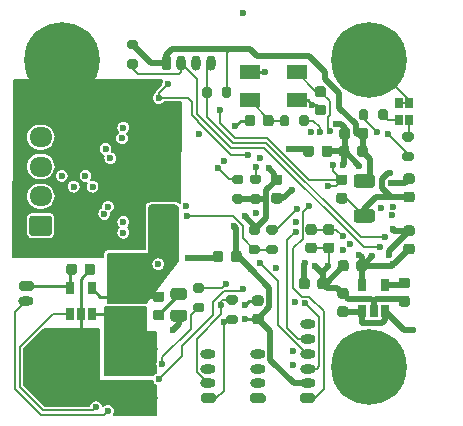
<source format=gbr>
%TF.GenerationSoftware,KiCad,Pcbnew,5.1.10-88a1d61d58~88~ubuntu20.04.1*%
%TF.CreationDate,2021-05-10T19:00:39+02:00*%
%TF.ProjectId,StepperServo,53746570-7065-4725-9365-72766f2e6b69,rev?*%
%TF.SameCoordinates,Original*%
%TF.FileFunction,Copper,L1,Top*%
%TF.FilePolarity,Positive*%
%FSLAX46Y46*%
G04 Gerber Fmt 4.6, Leading zero omitted, Abs format (unit mm)*
G04 Created by KiCad (PCBNEW 5.1.10-88a1d61d58~88~ubuntu20.04.1) date 2021-05-10 19:00:39*
%MOMM*%
%LPD*%
G01*
G04 APERTURE LIST*
%TA.AperFunction,SMDPad,CuDef*%
%ADD10R,0.650000X1.060000*%
%TD*%
%TA.AperFunction,ComponentPad*%
%ADD11O,1.300000X0.800000*%
%TD*%
%TA.AperFunction,ComponentPad*%
%ADD12O,0.800000X1.300000*%
%TD*%
%TA.AperFunction,ComponentPad*%
%ADD13C,0.800000*%
%TD*%
%TA.AperFunction,ComponentPad*%
%ADD14C,6.400000*%
%TD*%
%TA.AperFunction,SMDPad,CuDef*%
%ADD15R,1.800000X1.200000*%
%TD*%
%TA.AperFunction,SMDPad,CuDef*%
%ADD16R,2.500000X2.500000*%
%TD*%
%TA.AperFunction,ComponentPad*%
%ADD17C,0.500000*%
%TD*%
%TA.AperFunction,ComponentPad*%
%ADD18O,1.950000X1.700000*%
%TD*%
%TA.AperFunction,ComponentPad*%
%ADD19C,3.000000*%
%TD*%
%TA.AperFunction,SMDPad,CuDef*%
%ADD20R,0.650000X0.850000*%
%TD*%
%TA.AperFunction,ViaPad*%
%ADD21C,0.600000*%
%TD*%
%TA.AperFunction,Conductor*%
%ADD22C,0.250000*%
%TD*%
%TA.AperFunction,Conductor*%
%ADD23C,0.500000*%
%TD*%
%TA.AperFunction,Conductor*%
%ADD24C,0.150000*%
%TD*%
%TA.AperFunction,Conductor*%
%ADD25C,0.170000*%
%TD*%
%TA.AperFunction,Conductor*%
%ADD26C,0.100000*%
%TD*%
G04 APERTURE END LIST*
%TO.P,C41,2*%
%TO.N,GND*%
%TA.AperFunction,SMDPad,CuDef*%
G36*
G01*
X141425000Y-111750000D02*
X141425000Y-111250000D01*
G75*
G02*
X141650000Y-111025000I225000J0D01*
G01*
X142100000Y-111025000D01*
G75*
G02*
X142325000Y-111250000I0J-225000D01*
G01*
X142325000Y-111750000D01*
G75*
G02*
X142100000Y-111975000I-225000J0D01*
G01*
X141650000Y-111975000D01*
G75*
G02*
X141425000Y-111750000I0J225000D01*
G01*
G37*
%TD.AperFunction*%
%TO.P,C41,1*%
%TO.N,+3V3*%
%TA.AperFunction,SMDPad,CuDef*%
G36*
G01*
X139875000Y-111750000D02*
X139875000Y-111250000D01*
G75*
G02*
X140100000Y-111025000I225000J0D01*
G01*
X140550000Y-111025000D01*
G75*
G02*
X140775000Y-111250000I0J-225000D01*
G01*
X140775000Y-111750000D01*
G75*
G02*
X140550000Y-111975000I-225000J0D01*
G01*
X140100000Y-111975000D01*
G75*
G02*
X139875000Y-111750000I0J225000D01*
G01*
G37*
%TD.AperFunction*%
%TD*%
D10*
%TO.P,U7,5*%
%TO.N,+3V3*%
X140150000Y-113100000D03*
%TO.P,U7,4*%
%TO.N,VCC*%
X142050000Y-113100000D03*
%TO.P,U7,3*%
%TO.N,Net-(J1-Pad1)*%
X142050000Y-115300000D03*
%TO.P,U7,2*%
%TO.N,GND*%
X141100000Y-115300000D03*
%TO.P,U7,1*%
%TO.N,Net-(R23-Pad2)*%
X140150000Y-115300000D03*
%TD*%
%TO.P,R23,2*%
%TO.N,Net-(R23-Pad2)*%
%TA.AperFunction,SMDPad,CuDef*%
G36*
G01*
X150825000Y-114325000D02*
X151375000Y-114325000D01*
G75*
G02*
X151575000Y-114525000I0J-200000D01*
G01*
X151575000Y-114925000D01*
G75*
G02*
X151375000Y-115125000I-200000J0D01*
G01*
X150825000Y-115125000D01*
G75*
G02*
X150625000Y-114925000I0J200000D01*
G01*
X150625000Y-114525000D01*
G75*
G02*
X150825000Y-114325000I200000J0D01*
G01*
G37*
%TD.AperFunction*%
%TO.P,R23,1*%
%TO.N,/inputCurrent*%
%TA.AperFunction,SMDPad,CuDef*%
G36*
G01*
X150825000Y-112675000D02*
X151375000Y-112675000D01*
G75*
G02*
X151575000Y-112875000I0J-200000D01*
G01*
X151575000Y-113275000D01*
G75*
G02*
X151375000Y-113475000I-200000J0D01*
G01*
X150825000Y-113475000D01*
G75*
G02*
X150625000Y-113275000I0J200000D01*
G01*
X150625000Y-112875000D01*
G75*
G02*
X150825000Y-112675000I200000J0D01*
G01*
G37*
%TD.AperFunction*%
%TD*%
%TO.P,R1,2*%
%TO.N,Net-(J1-Pad1)*%
%TA.AperFunction,SMDPad,CuDef*%
G36*
G01*
X143550000Y-114800000D02*
X146450000Y-114800000D01*
G75*
G02*
X146700000Y-115050000I0J-250000D01*
G01*
X146700000Y-115550000D01*
G75*
G02*
X146450000Y-115800000I-250000J0D01*
G01*
X143550000Y-115800000D01*
G75*
G02*
X143300000Y-115550000I0J250000D01*
G01*
X143300000Y-115050000D01*
G75*
G02*
X143550000Y-114800000I250000J0D01*
G01*
G37*
%TD.AperFunction*%
%TO.P,R1,1*%
%TO.N,VCC*%
%TA.AperFunction,SMDPad,CuDef*%
G36*
G01*
X143550000Y-113300000D02*
X146450000Y-113300000D01*
G75*
G02*
X146700000Y-113550000I0J-250000D01*
G01*
X146700000Y-114050000D01*
G75*
G02*
X146450000Y-114300000I-250000J0D01*
G01*
X143550000Y-114300000D01*
G75*
G02*
X143300000Y-114050000I0J250000D01*
G01*
X143300000Y-113550000D01*
G75*
G02*
X143550000Y-113300000I250000J0D01*
G01*
G37*
%TD.AperFunction*%
%TD*%
%TO.P,C40,2*%
%TO.N,GND*%
%TA.AperFunction,SMDPad,CuDef*%
G36*
G01*
X160350000Y-109225000D02*
X160850000Y-109225000D01*
G75*
G02*
X161075000Y-109450000I0J-225000D01*
G01*
X161075000Y-109900000D01*
G75*
G02*
X160850000Y-110125000I-225000J0D01*
G01*
X160350000Y-110125000D01*
G75*
G02*
X160125000Y-109900000I0J225000D01*
G01*
X160125000Y-109450000D01*
G75*
G02*
X160350000Y-109225000I225000J0D01*
G01*
G37*
%TD.AperFunction*%
%TO.P,C40,1*%
%TO.N,/inputCurrent*%
%TA.AperFunction,SMDPad,CuDef*%
G36*
G01*
X160350000Y-107675000D02*
X160850000Y-107675000D01*
G75*
G02*
X161075000Y-107900000I0J-225000D01*
G01*
X161075000Y-108350000D01*
G75*
G02*
X160850000Y-108575000I-225000J0D01*
G01*
X160350000Y-108575000D01*
G75*
G02*
X160125000Y-108350000I0J225000D01*
G01*
X160125000Y-107900000D01*
G75*
G02*
X160350000Y-107675000I225000J0D01*
G01*
G37*
%TD.AperFunction*%
%TD*%
%TO.P,C7,2*%
%TO.N,GND*%
%TA.AperFunction,SMDPad,CuDef*%
G36*
G01*
X161850000Y-109225000D02*
X162350000Y-109225000D01*
G75*
G02*
X162575000Y-109450000I0J-225000D01*
G01*
X162575000Y-109900000D01*
G75*
G02*
X162350000Y-110125000I-225000J0D01*
G01*
X161850000Y-110125000D01*
G75*
G02*
X161625000Y-109900000I0J225000D01*
G01*
X161625000Y-109450000D01*
G75*
G02*
X161850000Y-109225000I225000J0D01*
G01*
G37*
%TD.AperFunction*%
%TO.P,C7,1*%
%TO.N,/inputCurrent*%
%TA.AperFunction,SMDPad,CuDef*%
G36*
G01*
X161850000Y-107675000D02*
X162350000Y-107675000D01*
G75*
G02*
X162575000Y-107900000I0J-225000D01*
G01*
X162575000Y-108350000D01*
G75*
G02*
X162350000Y-108575000I-225000J0D01*
G01*
X161850000Y-108575000D01*
G75*
G02*
X161625000Y-108350000I0J225000D01*
G01*
X161625000Y-107900000D01*
G75*
G02*
X161850000Y-107675000I225000J0D01*
G01*
G37*
%TD.AperFunction*%
%TD*%
%TO.P,U1,5*%
%TO.N,+3V3*%
X164950000Y-112800000D03*
%TO.P,U1,4*%
%TO.N,Net-(C3-Pad1)*%
X166850000Y-112800000D03*
%TO.P,U1,3*%
%TO.N,+5V*%
X166850000Y-115000000D03*
%TO.P,U1,2*%
%TO.N,GND*%
X165900000Y-115000000D03*
%TO.P,U1,1*%
%TO.N,+5V*%
X164950000Y-115000000D03*
%TD*%
%TO.P,R19,2*%
%TO.N,Net-(C33-Pad2)*%
%TA.AperFunction,SMDPad,CuDef*%
G36*
G01*
X158750000Y-98625000D02*
X158750000Y-99175000D01*
G75*
G02*
X158550000Y-99375000I-200000J0D01*
G01*
X158150000Y-99375000D01*
G75*
G02*
X157950000Y-99175000I0J200000D01*
G01*
X157950000Y-98625000D01*
G75*
G02*
X158150000Y-98425000I200000J0D01*
G01*
X158550000Y-98425000D01*
G75*
G02*
X158750000Y-98625000I0J-200000D01*
G01*
G37*
%TD.AperFunction*%
%TO.P,R19,1*%
%TO.N,Net-(R19-Pad1)*%
%TA.AperFunction,SMDPad,CuDef*%
G36*
G01*
X160400000Y-98625000D02*
X160400000Y-99175000D01*
G75*
G02*
X160200000Y-99375000I-200000J0D01*
G01*
X159800000Y-99375000D01*
G75*
G02*
X159600000Y-99175000I0J200000D01*
G01*
X159600000Y-98625000D01*
G75*
G02*
X159800000Y-98425000I200000J0D01*
G01*
X160200000Y-98425000D01*
G75*
G02*
X160400000Y-98625000I0J-200000D01*
G01*
G37*
%TD.AperFunction*%
%TD*%
%TO.P,R4,2*%
%TO.N,/MCU/Stepper_UART*%
%TA.AperFunction,SMDPad,CuDef*%
G36*
G01*
X157575000Y-108550000D02*
X157025000Y-108550000D01*
G75*
G02*
X156825000Y-108350000I0J200000D01*
G01*
X156825000Y-107950000D01*
G75*
G02*
X157025000Y-107750000I200000J0D01*
G01*
X157575000Y-107750000D01*
G75*
G02*
X157775000Y-107950000I0J-200000D01*
G01*
X157775000Y-108350000D01*
G75*
G02*
X157575000Y-108550000I-200000J0D01*
G01*
G37*
%TD.AperFunction*%
%TO.P,R4,1*%
%TO.N,Net-(R4-Pad1)*%
%TA.AperFunction,SMDPad,CuDef*%
G36*
G01*
X157575000Y-110200000D02*
X157025000Y-110200000D01*
G75*
G02*
X156825000Y-110000000I0J200000D01*
G01*
X156825000Y-109600000D01*
G75*
G02*
X157025000Y-109400000I200000J0D01*
G01*
X157575000Y-109400000D01*
G75*
G02*
X157775000Y-109600000I0J-200000D01*
G01*
X157775000Y-110000000D01*
G75*
G02*
X157575000Y-110200000I-200000J0D01*
G01*
G37*
%TD.AperFunction*%
%TD*%
D11*
%TO.P,J6,2*%
%TO.N,/MCU/tempMotor*%
X136500000Y-114150000D03*
%TO.P,J6,1*%
%TO.N,+3V3*%
%TA.AperFunction,ComponentPad*%
G36*
G01*
X136050000Y-112500000D02*
X136950000Y-112500000D01*
G75*
G02*
X137150000Y-112700000I0J-200000D01*
G01*
X137150000Y-113100000D01*
G75*
G02*
X136950000Y-113300000I-200000J0D01*
G01*
X136050000Y-113300000D01*
G75*
G02*
X135850000Y-113100000I0J200000D01*
G01*
X135850000Y-112700000D01*
G75*
G02*
X136050000Y-112500000I200000J0D01*
G01*
G37*
%TD.AperFunction*%
%TD*%
D12*
%TO.P,J4,4*%
%TO.N,/MCU/I2C2_SCL*%
X152100000Y-94000000D03*
%TO.P,J4,3*%
%TO.N,GND*%
X150850000Y-94000000D03*
%TO.P,J4,2*%
%TO.N,/MCU/I2C2_SDA*%
X149600000Y-94000000D03*
%TO.P,J4,1*%
%TO.N,+3V3*%
%TA.AperFunction,ComponentPad*%
G36*
G01*
X147950000Y-94450000D02*
X147950000Y-93550000D01*
G75*
G02*
X148150000Y-93350000I200000J0D01*
G01*
X148550000Y-93350000D01*
G75*
G02*
X148750000Y-93550000I0J-200000D01*
G01*
X148750000Y-94450000D01*
G75*
G02*
X148550000Y-94650000I-200000J0D01*
G01*
X148150000Y-94650000D01*
G75*
G02*
X147950000Y-94450000I0J200000D01*
G01*
G37*
%TD.AperFunction*%
%TD*%
D13*
%TO.P,H4,1*%
%TO.N,GND*%
X167197056Y-118052944D03*
X165500000Y-117350000D03*
X163802944Y-118052944D03*
X163100000Y-119750000D03*
X163802944Y-121447056D03*
X165500000Y-122150000D03*
X167197056Y-121447056D03*
X167900000Y-119750000D03*
D14*
X165500000Y-119750000D03*
%TD*%
D13*
%TO.P,H3,1*%
%TO.N,GND*%
X141197056Y-118052944D03*
X139500000Y-117350000D03*
X137802944Y-118052944D03*
X137100000Y-119750000D03*
X137802944Y-121447056D03*
X139500000Y-122150000D03*
X141197056Y-121447056D03*
X141900000Y-119750000D03*
D14*
X139500000Y-119750000D03*
%TD*%
D13*
%TO.P,H2,1*%
%TO.N,GND*%
X167197056Y-92052944D03*
X165500000Y-91350000D03*
X163802944Y-92052944D03*
X163100000Y-93750000D03*
X163802944Y-95447056D03*
X165500000Y-96150000D03*
X167197056Y-95447056D03*
X167900000Y-93750000D03*
D14*
X165500000Y-93750000D03*
%TD*%
D13*
%TO.P,H1,1*%
%TO.N,GND*%
X141197056Y-92052944D03*
X139500000Y-91350000D03*
X137802944Y-92052944D03*
X137100000Y-93750000D03*
X137802944Y-95447056D03*
X139500000Y-96150000D03*
X141197056Y-95447056D03*
X141900000Y-93750000D03*
D14*
X139500000Y-93750000D03*
%TD*%
%TO.P,C39,2*%
%TO.N,GND*%
%TA.AperFunction,SMDPad,CuDef*%
G36*
G01*
X153175000Y-110150000D02*
X153175000Y-110650000D01*
G75*
G02*
X152950000Y-110875000I-225000J0D01*
G01*
X152500000Y-110875000D01*
G75*
G02*
X152275000Y-110650000I0J225000D01*
G01*
X152275000Y-110150000D01*
G75*
G02*
X152500000Y-109925000I225000J0D01*
G01*
X152950000Y-109925000D01*
G75*
G02*
X153175000Y-110150000I0J-225000D01*
G01*
G37*
%TD.AperFunction*%
%TO.P,C39,1*%
%TO.N,+3V3*%
%TA.AperFunction,SMDPad,CuDef*%
G36*
G01*
X154725000Y-110150000D02*
X154725000Y-110650000D01*
G75*
G02*
X154500000Y-110875000I-225000J0D01*
G01*
X154050000Y-110875000D01*
G75*
G02*
X153825000Y-110650000I0J225000D01*
G01*
X153825000Y-110150000D01*
G75*
G02*
X154050000Y-109925000I225000J0D01*
G01*
X154500000Y-109925000D01*
G75*
G02*
X154725000Y-110150000I0J-225000D01*
G01*
G37*
%TD.AperFunction*%
%TD*%
%TO.P,C35,2*%
%TO.N,GND*%
%TA.AperFunction,SMDPad,CuDef*%
G36*
G01*
X162950000Y-105025000D02*
X163450000Y-105025000D01*
G75*
G02*
X163675000Y-105250000I0J-225000D01*
G01*
X163675000Y-105700000D01*
G75*
G02*
X163450000Y-105925000I-225000J0D01*
G01*
X162950000Y-105925000D01*
G75*
G02*
X162725000Y-105700000I0J225000D01*
G01*
X162725000Y-105250000D01*
G75*
G02*
X162950000Y-105025000I225000J0D01*
G01*
G37*
%TD.AperFunction*%
%TO.P,C35,1*%
%TO.N,/MCU/~RST*%
%TA.AperFunction,SMDPad,CuDef*%
G36*
G01*
X162950000Y-103475000D02*
X163450000Y-103475000D01*
G75*
G02*
X163675000Y-103700000I0J-225000D01*
G01*
X163675000Y-104150000D01*
G75*
G02*
X163450000Y-104375000I-225000J0D01*
G01*
X162950000Y-104375000D01*
G75*
G02*
X162725000Y-104150000I0J225000D01*
G01*
X162725000Y-103700000D01*
G75*
G02*
X162950000Y-103475000I225000J0D01*
G01*
G37*
%TD.AperFunction*%
%TD*%
%TO.P,C34,2*%
%TO.N,Net-(C34-Pad2)*%
%TA.AperFunction,SMDPad,CuDef*%
G36*
G01*
X161650000Y-96900000D02*
X161150000Y-96900000D01*
G75*
G02*
X160925000Y-96675000I0J225000D01*
G01*
X160925000Y-96225000D01*
G75*
G02*
X161150000Y-96000000I225000J0D01*
G01*
X161650000Y-96000000D01*
G75*
G02*
X161875000Y-96225000I0J-225000D01*
G01*
X161875000Y-96675000D01*
G75*
G02*
X161650000Y-96900000I-225000J0D01*
G01*
G37*
%TD.AperFunction*%
%TO.P,C34,1*%
%TO.N,GND*%
%TA.AperFunction,SMDPad,CuDef*%
G36*
G01*
X161650000Y-98450000D02*
X161150000Y-98450000D01*
G75*
G02*
X160925000Y-98225000I0J225000D01*
G01*
X160925000Y-97775000D01*
G75*
G02*
X161150000Y-97550000I225000J0D01*
G01*
X161650000Y-97550000D01*
G75*
G02*
X161875000Y-97775000I0J-225000D01*
G01*
X161875000Y-98225000D01*
G75*
G02*
X161650000Y-98450000I-225000J0D01*
G01*
G37*
%TD.AperFunction*%
%TD*%
%TO.P,C33,2*%
%TO.N,Net-(C33-Pad2)*%
%TA.AperFunction,SMDPad,CuDef*%
G36*
G01*
X156525000Y-99150000D02*
X156525000Y-98650000D01*
G75*
G02*
X156750000Y-98425000I225000J0D01*
G01*
X157200000Y-98425000D01*
G75*
G02*
X157425000Y-98650000I0J-225000D01*
G01*
X157425000Y-99150000D01*
G75*
G02*
X157200000Y-99375000I-225000J0D01*
G01*
X156750000Y-99375000D01*
G75*
G02*
X156525000Y-99150000I0J225000D01*
G01*
G37*
%TD.AperFunction*%
%TO.P,C33,1*%
%TO.N,GND*%
%TA.AperFunction,SMDPad,CuDef*%
G36*
G01*
X154975000Y-99150000D02*
X154975000Y-98650000D01*
G75*
G02*
X155200000Y-98425000I225000J0D01*
G01*
X155650000Y-98425000D01*
G75*
G02*
X155875000Y-98650000I0J-225000D01*
G01*
X155875000Y-99150000D01*
G75*
G02*
X155650000Y-99375000I-225000J0D01*
G01*
X155200000Y-99375000D01*
G75*
G02*
X154975000Y-99150000I0J225000D01*
G01*
G37*
%TD.AperFunction*%
%TD*%
%TO.P,C30,2*%
%TO.N,GND*%
%TA.AperFunction,SMDPad,CuDef*%
G36*
G01*
X163850000Y-101250000D02*
X163850000Y-101750000D01*
G75*
G02*
X163625000Y-101975000I-225000J0D01*
G01*
X163175000Y-101975000D01*
G75*
G02*
X162950000Y-101750000I0J225000D01*
G01*
X162950000Y-101250000D01*
G75*
G02*
X163175000Y-101025000I225000J0D01*
G01*
X163625000Y-101025000D01*
G75*
G02*
X163850000Y-101250000I0J-225000D01*
G01*
G37*
%TD.AperFunction*%
%TO.P,C30,1*%
%TO.N,+3V3*%
%TA.AperFunction,SMDPad,CuDef*%
G36*
G01*
X165400000Y-101250000D02*
X165400000Y-101750000D01*
G75*
G02*
X165175000Y-101975000I-225000J0D01*
G01*
X164725000Y-101975000D01*
G75*
G02*
X164500000Y-101750000I0J225000D01*
G01*
X164500000Y-101250000D01*
G75*
G02*
X164725000Y-101025000I225000J0D01*
G01*
X165175000Y-101025000D01*
G75*
G02*
X165400000Y-101250000I0J-225000D01*
G01*
G37*
%TD.AperFunction*%
%TD*%
%TO.P,C28,2*%
%TO.N,GND*%
%TA.AperFunction,SMDPad,CuDef*%
G36*
G01*
X163900000Y-99750000D02*
X163900000Y-100250000D01*
G75*
G02*
X163675000Y-100475000I-225000J0D01*
G01*
X163225000Y-100475000D01*
G75*
G02*
X163000000Y-100250000I0J225000D01*
G01*
X163000000Y-99750000D01*
G75*
G02*
X163225000Y-99525000I225000J0D01*
G01*
X163675000Y-99525000D01*
G75*
G02*
X163900000Y-99750000I0J-225000D01*
G01*
G37*
%TD.AperFunction*%
%TO.P,C28,1*%
%TO.N,+3V3*%
%TA.AperFunction,SMDPad,CuDef*%
G36*
G01*
X165450000Y-99750000D02*
X165450000Y-100250000D01*
G75*
G02*
X165225000Y-100475000I-225000J0D01*
G01*
X164775000Y-100475000D01*
G75*
G02*
X164550000Y-100250000I0J225000D01*
G01*
X164550000Y-99750000D01*
G75*
G02*
X164775000Y-99525000I225000J0D01*
G01*
X165225000Y-99525000D01*
G75*
G02*
X165450000Y-99750000I0J-225000D01*
G01*
G37*
%TD.AperFunction*%
%TD*%
%TO.P,C27,2*%
%TO.N,+3V3*%
%TA.AperFunction,SMDPad,CuDef*%
G36*
G01*
X168650000Y-109325000D02*
X169150000Y-109325000D01*
G75*
G02*
X169375000Y-109550000I0J-225000D01*
G01*
X169375000Y-110000000D01*
G75*
G02*
X169150000Y-110225000I-225000J0D01*
G01*
X168650000Y-110225000D01*
G75*
G02*
X168425000Y-110000000I0J225000D01*
G01*
X168425000Y-109550000D01*
G75*
G02*
X168650000Y-109325000I225000J0D01*
G01*
G37*
%TD.AperFunction*%
%TO.P,C27,1*%
%TO.N,GND*%
%TA.AperFunction,SMDPad,CuDef*%
G36*
G01*
X168650000Y-107775000D02*
X169150000Y-107775000D01*
G75*
G02*
X169375000Y-108000000I0J-225000D01*
G01*
X169375000Y-108450000D01*
G75*
G02*
X169150000Y-108675000I-225000J0D01*
G01*
X168650000Y-108675000D01*
G75*
G02*
X168425000Y-108450000I0J225000D01*
G01*
X168425000Y-108000000D01*
G75*
G02*
X168650000Y-107775000I225000J0D01*
G01*
G37*
%TD.AperFunction*%
%TD*%
%TO.P,C26,2*%
%TO.N,+3V3*%
%TA.AperFunction,SMDPad,CuDef*%
G36*
G01*
X169150000Y-104275000D02*
X168650000Y-104275000D01*
G75*
G02*
X168425000Y-104050000I0J225000D01*
G01*
X168425000Y-103600000D01*
G75*
G02*
X168650000Y-103375000I225000J0D01*
G01*
X169150000Y-103375000D01*
G75*
G02*
X169375000Y-103600000I0J-225000D01*
G01*
X169375000Y-104050000D01*
G75*
G02*
X169150000Y-104275000I-225000J0D01*
G01*
G37*
%TD.AperFunction*%
%TO.P,C26,1*%
%TO.N,GND*%
%TA.AperFunction,SMDPad,CuDef*%
G36*
G01*
X169150000Y-105825000D02*
X168650000Y-105825000D01*
G75*
G02*
X168425000Y-105600000I0J225000D01*
G01*
X168425000Y-105150000D01*
G75*
G02*
X168650000Y-104925000I225000J0D01*
G01*
X169150000Y-104925000D01*
G75*
G02*
X169375000Y-105150000I0J-225000D01*
G01*
X169375000Y-105600000D01*
G75*
G02*
X169150000Y-105825000I-225000J0D01*
G01*
G37*
%TD.AperFunction*%
%TD*%
%TO.P,C25,2*%
%TO.N,+3V3*%
%TA.AperFunction,SMDPad,CuDef*%
G36*
G01*
X157950000Y-104375000D02*
X157450000Y-104375000D01*
G75*
G02*
X157225000Y-104150000I0J225000D01*
G01*
X157225000Y-103700000D01*
G75*
G02*
X157450000Y-103475000I225000J0D01*
G01*
X157950000Y-103475000D01*
G75*
G02*
X158175000Y-103700000I0J-225000D01*
G01*
X158175000Y-104150000D01*
G75*
G02*
X157950000Y-104375000I-225000J0D01*
G01*
G37*
%TD.AperFunction*%
%TO.P,C25,1*%
%TO.N,GND*%
%TA.AperFunction,SMDPad,CuDef*%
G36*
G01*
X157950000Y-105925000D02*
X157450000Y-105925000D01*
G75*
G02*
X157225000Y-105700000I0J225000D01*
G01*
X157225000Y-105250000D01*
G75*
G02*
X157450000Y-105025000I225000J0D01*
G01*
X157950000Y-105025000D01*
G75*
G02*
X158175000Y-105250000I0J-225000D01*
G01*
X158175000Y-105700000D01*
G75*
G02*
X157950000Y-105925000I-225000J0D01*
G01*
G37*
%TD.AperFunction*%
%TD*%
%TO.P,C24,2*%
%TO.N,+3V3*%
%TA.AperFunction,SMDPad,CuDef*%
G36*
G01*
X160850000Y-101250000D02*
X160850000Y-101750000D01*
G75*
G02*
X160625000Y-101975000I-225000J0D01*
G01*
X160175000Y-101975000D01*
G75*
G02*
X159950000Y-101750000I0J225000D01*
G01*
X159950000Y-101250000D01*
G75*
G02*
X160175000Y-101025000I225000J0D01*
G01*
X160625000Y-101025000D01*
G75*
G02*
X160850000Y-101250000I0J-225000D01*
G01*
G37*
%TD.AperFunction*%
%TO.P,C24,1*%
%TO.N,GND*%
%TA.AperFunction,SMDPad,CuDef*%
G36*
G01*
X162400000Y-101250000D02*
X162400000Y-101750000D01*
G75*
G02*
X162175000Y-101975000I-225000J0D01*
G01*
X161725000Y-101975000D01*
G75*
G02*
X161500000Y-101750000I0J225000D01*
G01*
X161500000Y-101250000D01*
G75*
G02*
X161725000Y-101025000I225000J0D01*
G01*
X162175000Y-101025000D01*
G75*
G02*
X162400000Y-101250000I0J-225000D01*
G01*
G37*
%TD.AperFunction*%
%TD*%
%TO.P,C23,2*%
%TO.N,+3V3*%
%TA.AperFunction,SMDPad,CuDef*%
G36*
G01*
X160475000Y-112450000D02*
X160475000Y-112950000D01*
G75*
G02*
X160250000Y-113175000I-225000J0D01*
G01*
X159800000Y-113175000D01*
G75*
G02*
X159575000Y-112950000I0J225000D01*
G01*
X159575000Y-112450000D01*
G75*
G02*
X159800000Y-112225000I225000J0D01*
G01*
X160250000Y-112225000D01*
G75*
G02*
X160475000Y-112450000I0J-225000D01*
G01*
G37*
%TD.AperFunction*%
%TO.P,C23,1*%
%TO.N,GND*%
%TA.AperFunction,SMDPad,CuDef*%
G36*
G01*
X162025000Y-112450000D02*
X162025000Y-112950000D01*
G75*
G02*
X161800000Y-113175000I-225000J0D01*
G01*
X161350000Y-113175000D01*
G75*
G02*
X161125000Y-112950000I0J225000D01*
G01*
X161125000Y-112450000D01*
G75*
G02*
X161350000Y-112225000I225000J0D01*
G01*
X161800000Y-112225000D01*
G75*
G02*
X162025000Y-112450000I0J-225000D01*
G01*
G37*
%TD.AperFunction*%
%TD*%
%TO.P,C5,2*%
%TO.N,+3V3*%
%TA.AperFunction,SMDPad,CuDef*%
G36*
G01*
X165750001Y-104600000D02*
X164449999Y-104600000D01*
G75*
G02*
X164200000Y-104350001I0J249999D01*
G01*
X164200000Y-103699999D01*
G75*
G02*
X164449999Y-103450000I249999J0D01*
G01*
X165750001Y-103450000D01*
G75*
G02*
X166000000Y-103699999I0J-249999D01*
G01*
X166000000Y-104350001D01*
G75*
G02*
X165750001Y-104600000I-249999J0D01*
G01*
G37*
%TD.AperFunction*%
%TO.P,C5,1*%
%TO.N,GND*%
%TA.AperFunction,SMDPad,CuDef*%
G36*
G01*
X165750001Y-107550000D02*
X164449999Y-107550000D01*
G75*
G02*
X164200000Y-107300001I0J249999D01*
G01*
X164200000Y-106649999D01*
G75*
G02*
X164449999Y-106400000I249999J0D01*
G01*
X165750001Y-106400000D01*
G75*
G02*
X166000000Y-106649999I0J-249999D01*
G01*
X166000000Y-107300001D01*
G75*
G02*
X165750001Y-107550000I-249999J0D01*
G01*
G37*
%TD.AperFunction*%
%TD*%
D15*
%TO.P,Y1,4*%
%TO.N,GND*%
X159400000Y-97200000D03*
%TO.P,Y1,3*%
%TO.N,Net-(C33-Pad2)*%
X155400000Y-97200000D03*
%TO.P,Y1,2*%
%TO.N,GND*%
X155400000Y-94800000D03*
%TO.P,Y1,1*%
%TO.N,Net-(C34-Pad2)*%
X159400000Y-94800000D03*
%TD*%
D16*
%TO.P,U3,29*%
%TO.N,GND*%
X145800000Y-104100000D03*
D17*
X146800000Y-105100000D03*
X146800000Y-104100000D03*
X146800000Y-103100000D03*
X145800000Y-105100000D03*
X145800000Y-104100000D03*
X145800000Y-103100000D03*
X144800000Y-105100000D03*
X144800000Y-104100000D03*
X144800000Y-103100000D03*
%TD*%
%TO.P,R22,2*%
%TO.N,Net-(D1-Pad1)*%
%TA.AperFunction,SMDPad,CuDef*%
G36*
G01*
X166300000Y-98675000D02*
X166300000Y-98125000D01*
G75*
G02*
X166500000Y-97925000I200000J0D01*
G01*
X166900000Y-97925000D01*
G75*
G02*
X167100000Y-98125000I0J-200000D01*
G01*
X167100000Y-98675000D01*
G75*
G02*
X166900000Y-98875000I-200000J0D01*
G01*
X166500000Y-98875000D01*
G75*
G02*
X166300000Y-98675000I0J200000D01*
G01*
G37*
%TD.AperFunction*%
%TO.P,R22,1*%
%TO.N,/MCU/LED_GREEN*%
%TA.AperFunction,SMDPad,CuDef*%
G36*
G01*
X164650000Y-98675000D02*
X164650000Y-98125000D01*
G75*
G02*
X164850000Y-97925000I200000J0D01*
G01*
X165250000Y-97925000D01*
G75*
G02*
X165450000Y-98125000I0J-200000D01*
G01*
X165450000Y-98675000D01*
G75*
G02*
X165250000Y-98875000I-200000J0D01*
G01*
X164850000Y-98875000D01*
G75*
G02*
X164650000Y-98675000I0J200000D01*
G01*
G37*
%TD.AperFunction*%
%TD*%
%TO.P,R21,2*%
%TO.N,Net-(D1-Pad2)*%
%TA.AperFunction,SMDPad,CuDef*%
G36*
G01*
X169075000Y-100675000D02*
X168525000Y-100675000D01*
G75*
G02*
X168325000Y-100475000I0J200000D01*
G01*
X168325000Y-100075000D01*
G75*
G02*
X168525000Y-99875000I200000J0D01*
G01*
X169075000Y-99875000D01*
G75*
G02*
X169275000Y-100075000I0J-200000D01*
G01*
X169275000Y-100475000D01*
G75*
G02*
X169075000Y-100675000I-200000J0D01*
G01*
G37*
%TD.AperFunction*%
%TO.P,R21,1*%
%TO.N,/MCU/LED_RED*%
%TA.AperFunction,SMDPad,CuDef*%
G36*
G01*
X169075000Y-102325000D02*
X168525000Y-102325000D01*
G75*
G02*
X168325000Y-102125000I0J200000D01*
G01*
X168325000Y-101725000D01*
G75*
G02*
X168525000Y-101525000I200000J0D01*
G01*
X169075000Y-101525000D01*
G75*
G02*
X169275000Y-101725000I0J-200000D01*
G01*
X169275000Y-102125000D01*
G75*
G02*
X169075000Y-102325000I-200000J0D01*
G01*
G37*
%TD.AperFunction*%
%TD*%
%TO.P,R15,2*%
%TO.N,/MCU/I2C1_SCL*%
%TA.AperFunction,SMDPad,CuDef*%
G36*
G01*
X154675000Y-104275000D02*
X154125000Y-104275000D01*
G75*
G02*
X153925000Y-104075000I0J200000D01*
G01*
X153925000Y-103675000D01*
G75*
G02*
X154125000Y-103475000I200000J0D01*
G01*
X154675000Y-103475000D01*
G75*
G02*
X154875000Y-103675000I0J-200000D01*
G01*
X154875000Y-104075000D01*
G75*
G02*
X154675000Y-104275000I-200000J0D01*
G01*
G37*
%TD.AperFunction*%
%TO.P,R15,1*%
%TO.N,+3V3*%
%TA.AperFunction,SMDPad,CuDef*%
G36*
G01*
X154675000Y-105925000D02*
X154125000Y-105925000D01*
G75*
G02*
X153925000Y-105725000I0J200000D01*
G01*
X153925000Y-105325000D01*
G75*
G02*
X154125000Y-105125000I200000J0D01*
G01*
X154675000Y-105125000D01*
G75*
G02*
X154875000Y-105325000I0J-200000D01*
G01*
X154875000Y-105725000D01*
G75*
G02*
X154675000Y-105925000I-200000J0D01*
G01*
G37*
%TD.AperFunction*%
%TD*%
%TO.P,R14,2*%
%TO.N,/MCU/I2C1_SDA*%
%TA.AperFunction,SMDPad,CuDef*%
G36*
G01*
X156175000Y-104275000D02*
X155625000Y-104275000D01*
G75*
G02*
X155425000Y-104075000I0J200000D01*
G01*
X155425000Y-103675000D01*
G75*
G02*
X155625000Y-103475000I200000J0D01*
G01*
X156175000Y-103475000D01*
G75*
G02*
X156375000Y-103675000I0J-200000D01*
G01*
X156375000Y-104075000D01*
G75*
G02*
X156175000Y-104275000I-200000J0D01*
G01*
G37*
%TD.AperFunction*%
%TO.P,R14,1*%
%TO.N,+3V3*%
%TA.AperFunction,SMDPad,CuDef*%
G36*
G01*
X156175000Y-105925000D02*
X155625000Y-105925000D01*
G75*
G02*
X155425000Y-105725000I0J200000D01*
G01*
X155425000Y-105325000D01*
G75*
G02*
X155625000Y-105125000I200000J0D01*
G01*
X156175000Y-105125000D01*
G75*
G02*
X156375000Y-105325000I0J-200000D01*
G01*
X156375000Y-105725000D01*
G75*
G02*
X156175000Y-105925000I-200000J0D01*
G01*
G37*
%TD.AperFunction*%
%TD*%
%TO.P,R13,2*%
%TO.N,/MCU/I2C2_SDA*%
%TA.AperFunction,SMDPad,CuDef*%
G36*
G01*
X145225000Y-93725000D02*
X145775000Y-93725000D01*
G75*
G02*
X145975000Y-93925000I0J-200000D01*
G01*
X145975000Y-94325000D01*
G75*
G02*
X145775000Y-94525000I-200000J0D01*
G01*
X145225000Y-94525000D01*
G75*
G02*
X145025000Y-94325000I0J200000D01*
G01*
X145025000Y-93925000D01*
G75*
G02*
X145225000Y-93725000I200000J0D01*
G01*
G37*
%TD.AperFunction*%
%TO.P,R13,1*%
%TO.N,+3V3*%
%TA.AperFunction,SMDPad,CuDef*%
G36*
G01*
X145225000Y-92075000D02*
X145775000Y-92075000D01*
G75*
G02*
X145975000Y-92275000I0J-200000D01*
G01*
X145975000Y-92675000D01*
G75*
G02*
X145775000Y-92875000I-200000J0D01*
G01*
X145225000Y-92875000D01*
G75*
G02*
X145025000Y-92675000I0J200000D01*
G01*
X145025000Y-92275000D01*
G75*
G02*
X145225000Y-92075000I200000J0D01*
G01*
G37*
%TD.AperFunction*%
%TD*%
%TO.P,R12,2*%
%TO.N,+3V3*%
%TA.AperFunction,SMDPad,CuDef*%
G36*
G01*
X153050000Y-96775000D02*
X153050000Y-96225000D01*
G75*
G02*
X153250000Y-96025000I200000J0D01*
G01*
X153650000Y-96025000D01*
G75*
G02*
X153850000Y-96225000I0J-200000D01*
G01*
X153850000Y-96775000D01*
G75*
G02*
X153650000Y-96975000I-200000J0D01*
G01*
X153250000Y-96975000D01*
G75*
G02*
X153050000Y-96775000I0J200000D01*
G01*
G37*
%TD.AperFunction*%
%TO.P,R12,1*%
%TO.N,/MCU/I2C2_SCL*%
%TA.AperFunction,SMDPad,CuDef*%
G36*
G01*
X151400000Y-96775000D02*
X151400000Y-96225000D01*
G75*
G02*
X151600000Y-96025000I200000J0D01*
G01*
X152000000Y-96025000D01*
G75*
G02*
X152200000Y-96225000I0J-200000D01*
G01*
X152200000Y-96775000D01*
G75*
G02*
X152000000Y-96975000I-200000J0D01*
G01*
X151600000Y-96975000D01*
G75*
G02*
X151400000Y-96775000I0J200000D01*
G01*
G37*
%TD.AperFunction*%
%TD*%
%TO.P,R6,2*%
%TO.N,+3V3*%
%TA.AperFunction,SMDPad,CuDef*%
G36*
G01*
X156075000Y-108575000D02*
X155525000Y-108575000D01*
G75*
G02*
X155325000Y-108375000I0J200000D01*
G01*
X155325000Y-107975000D01*
G75*
G02*
X155525000Y-107775000I200000J0D01*
G01*
X156075000Y-107775000D01*
G75*
G02*
X156275000Y-107975000I0J-200000D01*
G01*
X156275000Y-108375000D01*
G75*
G02*
X156075000Y-108575000I-200000J0D01*
G01*
G37*
%TD.AperFunction*%
%TO.P,R6,1*%
%TO.N,Net-(R4-Pad1)*%
%TA.AperFunction,SMDPad,CuDef*%
G36*
G01*
X156075000Y-110225000D02*
X155525000Y-110225000D01*
G75*
G02*
X155325000Y-110025000I0J200000D01*
G01*
X155325000Y-109625000D01*
G75*
G02*
X155525000Y-109425000I200000J0D01*
G01*
X156075000Y-109425000D01*
G75*
G02*
X156275000Y-109625000I0J-200000D01*
G01*
X156275000Y-110025000D01*
G75*
G02*
X156075000Y-110225000I-200000J0D01*
G01*
G37*
%TD.AperFunction*%
%TD*%
%TO.P,R3,2*%
%TO.N,GND*%
%TA.AperFunction,SMDPad,CuDef*%
G36*
G01*
X148949999Y-114900000D02*
X149850001Y-114900000D01*
G75*
G02*
X150100000Y-115149999I0J-249999D01*
G01*
X150100000Y-115675001D01*
G75*
G02*
X149850001Y-115925000I-249999J0D01*
G01*
X148949999Y-115925000D01*
G75*
G02*
X148700000Y-115675001I0J249999D01*
G01*
X148700000Y-115149999D01*
G75*
G02*
X148949999Y-114900000I249999J0D01*
G01*
G37*
%TD.AperFunction*%
%TO.P,R3,1*%
%TO.N,Net-(C9-Pad2)*%
%TA.AperFunction,SMDPad,CuDef*%
G36*
G01*
X148949999Y-113075000D02*
X149850001Y-113075000D01*
G75*
G02*
X150100000Y-113324999I0J-249999D01*
G01*
X150100000Y-113850001D01*
G75*
G02*
X149850001Y-114100000I-249999J0D01*
G01*
X148949999Y-114100000D01*
G75*
G02*
X148700000Y-113850001I0J249999D01*
G01*
X148700000Y-113324999D01*
G75*
G02*
X148949999Y-113075000I249999J0D01*
G01*
G37*
%TD.AperFunction*%
%TD*%
%TO.P,R2,2*%
%TO.N,Net-(J_CAN1-Pad1)*%
%TA.AperFunction,SMDPad,CuDef*%
G36*
G01*
X153625000Y-115325000D02*
X154175000Y-115325000D01*
G75*
G02*
X154375000Y-115525000I0J-200000D01*
G01*
X154375000Y-115925000D01*
G75*
G02*
X154175000Y-116125000I-200000J0D01*
G01*
X153625000Y-116125000D01*
G75*
G02*
X153425000Y-115925000I0J200000D01*
G01*
X153425000Y-115525000D01*
G75*
G02*
X153625000Y-115325000I200000J0D01*
G01*
G37*
%TD.AperFunction*%
%TO.P,R2,1*%
%TO.N,Net-(J_CAN1-Pad2)*%
%TA.AperFunction,SMDPad,CuDef*%
G36*
G01*
X153625000Y-113675000D02*
X154175000Y-113675000D01*
G75*
G02*
X154375000Y-113875000I0J-200000D01*
G01*
X154375000Y-114275000D01*
G75*
G02*
X154175000Y-114475000I-200000J0D01*
G01*
X153625000Y-114475000D01*
G75*
G02*
X153425000Y-114275000I0J200000D01*
G01*
X153425000Y-113875000D01*
G75*
G02*
X153625000Y-113675000I200000J0D01*
G01*
G37*
%TD.AperFunction*%
%TD*%
D11*
%TO.P,J_SWD1,6*%
%TO.N,GND*%
X160300000Y-116150000D03*
%TO.P,J_SWD1,5*%
%TO.N,/MCU/SWO*%
X160300000Y-117400000D03*
%TO.P,J_SWD1,4*%
%TO.N,/MCU/SWCLK*%
X160300000Y-118650000D03*
%TO.P,J_SWD1,3*%
%TO.N,/MCU/SWDIO*%
X160300000Y-119900000D03*
%TO.P,J_SWD1,2*%
%TO.N,+3V3*%
X160300000Y-121150000D03*
%TO.P,J_SWD1,1*%
%TO.N,/MCU/~RST*%
%TA.AperFunction,ComponentPad*%
G36*
G01*
X160750000Y-122800000D02*
X159850000Y-122800000D01*
G75*
G02*
X159650000Y-122600000I0J200000D01*
G01*
X159650000Y-122200000D01*
G75*
G02*
X159850000Y-122000000I200000J0D01*
G01*
X160750000Y-122000000D01*
G75*
G02*
X160950000Y-122200000I0J-200000D01*
G01*
X160950000Y-122600000D01*
G75*
G02*
X160750000Y-122800000I-200000J0D01*
G01*
G37*
%TD.AperFunction*%
%TD*%
%TO.P,J_CAN2,4*%
%TO.N,+5V*%
X151900000Y-118650000D03*
%TO.P,J_CAN2,3*%
%TO.N,GND*%
X151900000Y-119900000D03*
%TO.P,J_CAN2,2*%
%TO.N,Net-(J_CAN1-Pad2)*%
X151900000Y-121150000D03*
%TO.P,J_CAN2,1*%
%TO.N,Net-(J_CAN1-Pad1)*%
%TA.AperFunction,ComponentPad*%
G36*
G01*
X152350000Y-122800000D02*
X151450000Y-122800000D01*
G75*
G02*
X151250000Y-122600000I0J200000D01*
G01*
X151250000Y-122200000D01*
G75*
G02*
X151450000Y-122000000I200000J0D01*
G01*
X152350000Y-122000000D01*
G75*
G02*
X152550000Y-122200000I0J-200000D01*
G01*
X152550000Y-122600000D01*
G75*
G02*
X152350000Y-122800000I-200000J0D01*
G01*
G37*
%TD.AperFunction*%
%TD*%
%TO.P,J_CAN1,4*%
%TO.N,+5V*%
X156100000Y-118650000D03*
%TO.P,J_CAN1,3*%
%TO.N,GND*%
X156100000Y-119900000D03*
%TO.P,J_CAN1,2*%
%TO.N,Net-(J_CAN1-Pad2)*%
X156100000Y-121150000D03*
%TO.P,J_CAN1,1*%
%TO.N,Net-(J_CAN1-Pad1)*%
%TA.AperFunction,ComponentPad*%
G36*
G01*
X156550000Y-122800000D02*
X155650000Y-122800000D01*
G75*
G02*
X155450000Y-122600000I0J200000D01*
G01*
X155450000Y-122200000D01*
G75*
G02*
X155650000Y-122000000I200000J0D01*
G01*
X156550000Y-122000000D01*
G75*
G02*
X156750000Y-122200000I0J-200000D01*
G01*
X156750000Y-122600000D01*
G75*
G02*
X156550000Y-122800000I-200000J0D01*
G01*
G37*
%TD.AperFunction*%
%TD*%
D18*
%TO.P,J3,4*%
%TO.N,/StepperDriver/coilB_2*%
X137700000Y-100300000D03*
%TO.P,J3,3*%
%TO.N,/StepperDriver/coilB_1*%
X137700000Y-102800000D03*
%TO.P,J3,2*%
%TO.N,/StepperDriver/coilA_1*%
X137700000Y-105300000D03*
%TO.P,J3,1*%
%TO.N,/StepperDriver/coilA_2*%
%TA.AperFunction,ComponentPad*%
G36*
G01*
X138425000Y-108650000D02*
X136975000Y-108650000D01*
G75*
G02*
X136725000Y-108400000I0J250000D01*
G01*
X136725000Y-107200000D01*
G75*
G02*
X136975000Y-106950000I250000J0D01*
G01*
X138425000Y-106950000D01*
G75*
G02*
X138675000Y-107200000I0J-250000D01*
G01*
X138675000Y-108400000D01*
G75*
G02*
X138425000Y-108650000I-250000J0D01*
G01*
G37*
%TD.AperFunction*%
%TD*%
D19*
%TO.P,J2,1*%
%TO.N,GND*%
X146100000Y-122400000D03*
%TD*%
%TO.P,J1,1*%
%TO.N,Net-(J1-Pad1)*%
X146100000Y-118200000D03*
%TD*%
D20*
%TO.P,D1,4*%
%TO.N,GND*%
X168925000Y-97375000D03*
%TO.P,D1,3*%
X168075000Y-97375000D03*
%TO.P,D1,1*%
%TO.N,Net-(D1-Pad1)*%
X168075000Y-98825000D03*
%TO.P,D1,2*%
%TO.N,Net-(D1-Pad2)*%
X168925000Y-98825000D03*
%TD*%
%TO.P,C9,2*%
%TO.N,Net-(C9-Pad2)*%
%TA.AperFunction,SMDPad,CuDef*%
G36*
G01*
X147450000Y-114925000D02*
X147950000Y-114925000D01*
G75*
G02*
X148175000Y-115150000I0J-225000D01*
G01*
X148175000Y-115600000D01*
G75*
G02*
X147950000Y-115825000I-225000J0D01*
G01*
X147450000Y-115825000D01*
G75*
G02*
X147225000Y-115600000I0J225000D01*
G01*
X147225000Y-115150000D01*
G75*
G02*
X147450000Y-114925000I225000J0D01*
G01*
G37*
%TD.AperFunction*%
%TO.P,C9,1*%
%TO.N,VCC*%
%TA.AperFunction,SMDPad,CuDef*%
G36*
G01*
X147450000Y-113375000D02*
X147950000Y-113375000D01*
G75*
G02*
X148175000Y-113600000I0J-225000D01*
G01*
X148175000Y-114050000D01*
G75*
G02*
X147950000Y-114275000I-225000J0D01*
G01*
X147450000Y-114275000D01*
G75*
G02*
X147225000Y-114050000I0J225000D01*
G01*
X147225000Y-113600000D01*
G75*
G02*
X147450000Y-113375000I225000J0D01*
G01*
G37*
%TD.AperFunction*%
%TD*%
%TO.P,C6,2*%
%TO.N,GND*%
%TA.AperFunction,SMDPad,CuDef*%
G36*
G01*
X149100000Y-102000000D02*
X147100000Y-102000000D01*
G75*
G02*
X146850000Y-101750000I0J250000D01*
G01*
X146850000Y-97850000D01*
G75*
G02*
X147100000Y-97600000I250000J0D01*
G01*
X149100000Y-97600000D01*
G75*
G02*
X149350000Y-97850000I0J-250000D01*
G01*
X149350000Y-101750000D01*
G75*
G02*
X149100000Y-102000000I-250000J0D01*
G01*
G37*
%TD.AperFunction*%
%TO.P,C6,1*%
%TO.N,VCC*%
%TA.AperFunction,SMDPad,CuDef*%
G36*
G01*
X149100000Y-110400000D02*
X147100000Y-110400000D01*
G75*
G02*
X146850000Y-110150000I0J250000D01*
G01*
X146850000Y-106250000D01*
G75*
G02*
X147100000Y-106000000I250000J0D01*
G01*
X149100000Y-106000000D01*
G75*
G02*
X149350000Y-106250000I0J-250000D01*
G01*
X149350000Y-110150000D01*
G75*
G02*
X149100000Y-110400000I-250000J0D01*
G01*
G37*
%TD.AperFunction*%
%TD*%
%TO.P,C4,2*%
%TO.N,GND*%
%TA.AperFunction,SMDPad,CuDef*%
G36*
G01*
X163775000Y-110950000D02*
X163775000Y-111450000D01*
G75*
G02*
X163550000Y-111675000I-225000J0D01*
G01*
X163100000Y-111675000D01*
G75*
G02*
X162875000Y-111450000I0J225000D01*
G01*
X162875000Y-110950000D01*
G75*
G02*
X163100000Y-110725000I225000J0D01*
G01*
X163550000Y-110725000D01*
G75*
G02*
X163775000Y-110950000I0J-225000D01*
G01*
G37*
%TD.AperFunction*%
%TO.P,C4,1*%
%TO.N,+3V3*%
%TA.AperFunction,SMDPad,CuDef*%
G36*
G01*
X165325000Y-110950000D02*
X165325000Y-111450000D01*
G75*
G02*
X165100000Y-111675000I-225000J0D01*
G01*
X164650000Y-111675000D01*
G75*
G02*
X164425000Y-111450000I0J225000D01*
G01*
X164425000Y-110950000D01*
G75*
G02*
X164650000Y-110725000I225000J0D01*
G01*
X165100000Y-110725000D01*
G75*
G02*
X165325000Y-110950000I0J-225000D01*
G01*
G37*
%TD.AperFunction*%
%TD*%
%TO.P,C3,2*%
%TO.N,GND*%
%TA.AperFunction,SMDPad,CuDef*%
G36*
G01*
X168250000Y-113750000D02*
X168750000Y-113750000D01*
G75*
G02*
X168975000Y-113975000I0J-225000D01*
G01*
X168975000Y-114425000D01*
G75*
G02*
X168750000Y-114650000I-225000J0D01*
G01*
X168250000Y-114650000D01*
G75*
G02*
X168025000Y-114425000I0J225000D01*
G01*
X168025000Y-113975000D01*
G75*
G02*
X168250000Y-113750000I225000J0D01*
G01*
G37*
%TD.AperFunction*%
%TO.P,C3,1*%
%TO.N,Net-(C3-Pad1)*%
%TA.AperFunction,SMDPad,CuDef*%
G36*
G01*
X168250000Y-112200000D02*
X168750000Y-112200000D01*
G75*
G02*
X168975000Y-112425000I0J-225000D01*
G01*
X168975000Y-112875000D01*
G75*
G02*
X168750000Y-113100000I-225000J0D01*
G01*
X168250000Y-113100000D01*
G75*
G02*
X168025000Y-112875000I0J225000D01*
G01*
X168025000Y-112425000D01*
G75*
G02*
X168250000Y-112200000I225000J0D01*
G01*
G37*
%TD.AperFunction*%
%TD*%
%TO.P,C2,2*%
%TO.N,GND*%
%TA.AperFunction,SMDPad,CuDef*%
G36*
G01*
X163550000Y-113975000D02*
X163050000Y-113975000D01*
G75*
G02*
X162825000Y-113750000I0J225000D01*
G01*
X162825000Y-113300000D01*
G75*
G02*
X163050000Y-113075000I225000J0D01*
G01*
X163550000Y-113075000D01*
G75*
G02*
X163775000Y-113300000I0J-225000D01*
G01*
X163775000Y-113750000D01*
G75*
G02*
X163550000Y-113975000I-225000J0D01*
G01*
G37*
%TD.AperFunction*%
%TO.P,C2,1*%
%TO.N,+5V*%
%TA.AperFunction,SMDPad,CuDef*%
G36*
G01*
X163550000Y-115525000D02*
X163050000Y-115525000D01*
G75*
G02*
X162825000Y-115300000I0J225000D01*
G01*
X162825000Y-114850000D01*
G75*
G02*
X163050000Y-114625000I225000J0D01*
G01*
X163550000Y-114625000D01*
G75*
G02*
X163775000Y-114850000I0J-225000D01*
G01*
X163775000Y-115300000D01*
G75*
G02*
X163550000Y-115525000I-225000J0D01*
G01*
G37*
%TD.AperFunction*%
%TD*%
%TO.P,C1,2*%
%TO.N,GND*%
%TA.AperFunction,SMDPad,CuDef*%
G36*
G01*
X156350000Y-114600000D02*
X155850000Y-114600000D01*
G75*
G02*
X155625000Y-114375000I0J225000D01*
G01*
X155625000Y-113925000D01*
G75*
G02*
X155850000Y-113700000I225000J0D01*
G01*
X156350000Y-113700000D01*
G75*
G02*
X156575000Y-113925000I0J-225000D01*
G01*
X156575000Y-114375000D01*
G75*
G02*
X156350000Y-114600000I-225000J0D01*
G01*
G37*
%TD.AperFunction*%
%TO.P,C1,1*%
%TO.N,+3V3*%
%TA.AperFunction,SMDPad,CuDef*%
G36*
G01*
X156350000Y-116150000D02*
X155850000Y-116150000D01*
G75*
G02*
X155625000Y-115925000I0J225000D01*
G01*
X155625000Y-115475000D01*
G75*
G02*
X155850000Y-115250000I225000J0D01*
G01*
X156350000Y-115250000D01*
G75*
G02*
X156575000Y-115475000I0J-225000D01*
G01*
X156575000Y-115925000D01*
G75*
G02*
X156350000Y-116150000I-225000J0D01*
G01*
G37*
%TD.AperFunction*%
%TD*%
D21*
%TO.N,GND*%
X139400000Y-105500000D03*
X139400000Y-106200000D03*
X139400000Y-106900000D03*
X139400000Y-102700000D03*
X139400000Y-102000000D03*
X139400000Y-101300000D03*
X145400000Y-108000000D03*
X135700000Y-107300000D03*
X135700000Y-100900000D03*
X145900000Y-98000000D03*
X147672545Y-111058665D03*
X151100000Y-100000000D03*
X155000000Y-114500000D03*
X159300000Y-107500000D03*
X159100000Y-118400000D03*
X159100000Y-119600000D03*
X164692872Y-102753125D03*
X167302787Y-103313548D03*
X167200000Y-110300000D03*
X160600000Y-99900000D03*
X162700000Y-99200000D03*
X163300000Y-102700000D03*
X160700000Y-97600000D03*
X154200000Y-99400000D03*
X156699996Y-94800000D03*
X165900000Y-114187798D03*
X162047981Y-111220444D03*
X150200000Y-110571000D03*
X159200000Y-114300000D03*
X158950000Y-104750000D03*
X167500000Y-108100000D03*
X160940452Y-111215651D03*
X150000000Y-106100000D03*
X153200000Y-102300000D03*
X156300000Y-102100000D03*
X155905229Y-106694771D03*
X148900000Y-116600000D03*
X157600000Y-111400000D03*
X166500000Y-106300000D03*
X163300000Y-109900000D03*
%TO.N,+3V3*%
X155000000Y-115700000D03*
X165600000Y-102700000D03*
X167400000Y-104200000D03*
X167541689Y-111082678D03*
X165800000Y-110400000D03*
X164700000Y-110300000D03*
X155500000Y-111471000D03*
X158700000Y-101300000D03*
X157000000Y-102900000D03*
X160070856Y-110970355D03*
X155000000Y-107000000D03*
X154090219Y-107801761D03*
%TO.N,+5V*%
X169204001Y-116604001D03*
X154800000Y-89800000D03*
%TO.N,VCC*%
X143400000Y-106200000D03*
X143100000Y-106800000D03*
X143200000Y-101300000D03*
X143600000Y-102100000D03*
X143600000Y-112000000D03*
X143600000Y-111300000D03*
X143600000Y-110600000D03*
%TO.N,/StepperDriver/coilB_2*%
X144700000Y-99500000D03*
X144600000Y-100400000D03*
%TO.N,/StepperDriver/coilB_1*%
X141500000Y-103600000D03*
X139500000Y-103600000D03*
%TO.N,/StepperDriver/coilA_1*%
X142100000Y-104500000D03*
X140500000Y-104500000D03*
%TO.N,/StepperDriver/coilA_2*%
X144700000Y-107500000D03*
X144700000Y-108400000D03*
%TO.N,/MCU/SWO*%
X159300000Y-108300000D03*
%TO.N,/MCU/SWCLK*%
X156300000Y-111000000D03*
%TO.N,/MCU/SWDIO*%
X160118148Y-114387979D03*
%TO.N,/MCU/~RST*%
X162451724Y-102699775D03*
X162000000Y-104400000D03*
X160400000Y-106100002D03*
X152900000Y-98000000D03*
%TO.N,/StepperDriver/~EN*%
X155300000Y-101829000D03*
X147700000Y-97000000D03*
X148512404Y-95787596D03*
%TO.N,Net-(R4-Pad1)*%
X150100000Y-106941990D03*
%TO.N,/MCU/I2C2_SCL*%
X166900000Y-108800000D03*
%TO.N,/MCU/I2C2_SDA*%
X166448185Y-109640058D03*
%TO.N,/MCU/I2C1_SDA*%
X155900000Y-102800000D03*
%TO.N,/MCU/I2C1_SCL*%
X152700000Y-102929000D03*
%TO.N,Net-(C34-Pad2)*%
X162200000Y-99800000D03*
%TO.N,Net-(R19-Pad1)*%
X161352592Y-99905926D03*
%TO.N,/MCU/tempMotor*%
X154800000Y-113133010D03*
X163874562Y-109333179D03*
X147700000Y-120800000D03*
X143400000Y-123500000D03*
X167487526Y-106928423D03*
%TO.N,/inputCurrent*%
X153400000Y-112700009D03*
X167502410Y-106178568D03*
X163270691Y-108674990D03*
%TO.N,Net-(R23-Pad2)*%
X142400000Y-123175010D03*
X148000000Y-119500000D03*
%TO.N,Net-(J_CAN1-Pad2)*%
X153000000Y-114500000D03*
%TO.N,Net-(J_CAN1-Pad1)*%
X153194778Y-115994778D03*
%TO.N,/MCU/Stepper_UART*%
X159383215Y-106376643D03*
%TO.N,/MCU/LED_RED*%
X167100000Y-100000000D03*
%TO.N,/MCU/LED_GREEN*%
X166200000Y-99900000D03*
%TD*%
D22*
%TO.N,GND*%
X140400000Y-118850000D02*
X139500000Y-119750000D01*
X140600000Y-118650000D02*
X139500000Y-119750000D01*
X141100000Y-112275000D02*
X141100000Y-115300000D01*
X141875000Y-111500000D02*
X141100000Y-112275000D01*
X141100000Y-118150000D02*
X139500000Y-119750000D01*
X141100000Y-115300000D02*
X141100000Y-118150000D01*
X155350000Y-114150000D02*
X155000000Y-114500000D01*
X156100000Y-114150000D02*
X155350000Y-114150000D01*
X163425000Y-101500000D02*
X163439747Y-101500000D01*
X161950000Y-101500000D02*
X161950000Y-101750000D01*
X163400000Y-100050000D02*
X163450000Y-100000000D01*
X160300000Y-97200000D02*
X160700000Y-97600000D01*
X159400000Y-97200000D02*
X160300000Y-97200000D01*
X161000000Y-97600000D02*
X161400000Y-98000000D01*
X160700000Y-97600000D02*
X161000000Y-97600000D01*
X154700000Y-98900000D02*
X154200000Y-99400000D01*
X155450000Y-98900000D02*
X154700000Y-98900000D01*
X155400000Y-94800000D02*
X156699996Y-94800000D01*
D23*
X163740999Y-113965999D02*
X163300000Y-113525000D01*
X165678201Y-113965999D02*
X163740999Y-113965999D01*
X168265999Y-113965999D02*
X168500000Y-114200000D01*
X166121799Y-113965999D02*
X168265999Y-113965999D01*
X165900000Y-114187798D02*
X166121799Y-113965999D01*
X165900000Y-115000000D02*
X165900000Y-114187798D01*
X165678201Y-113965999D02*
X165900000Y-114187798D01*
X161825000Y-112700000D02*
X163325000Y-111200000D01*
X161575000Y-112700000D02*
X161825000Y-112700000D01*
X161975000Y-113100000D02*
X161575000Y-112700000D01*
X162800000Y-113100000D02*
X161975000Y-113100000D01*
X163225000Y-113525000D02*
X162800000Y-113100000D01*
X163300000Y-113525000D02*
X163225000Y-113525000D01*
X161575000Y-111693425D02*
X162047981Y-111220444D01*
X161575000Y-112700000D02*
X161575000Y-111693425D01*
X167200000Y-109925000D02*
X168900000Y-108225000D01*
X167200000Y-110300000D02*
X167200000Y-109925000D01*
X167096530Y-103313548D02*
X167302787Y-103313548D01*
X166595999Y-103814079D02*
X167096530Y-103313548D01*
X166595999Y-104585921D02*
X166595999Y-103814079D01*
X167385078Y-105375000D02*
X166595999Y-104585921D01*
X168900000Y-105375000D02*
X167385078Y-105375000D01*
X163450000Y-101450000D02*
X163400000Y-101500000D01*
X163450000Y-100000000D02*
X163450000Y-101450000D01*
X163439747Y-101500000D02*
X164692872Y-102753125D01*
X163400000Y-101500000D02*
X163439747Y-101500000D01*
X162789922Y-99200000D02*
X162744961Y-99155039D01*
X163125000Y-99200000D02*
X162789922Y-99200000D01*
X163450000Y-99525000D02*
X163125000Y-99200000D01*
X163450000Y-100000000D02*
X163450000Y-99525000D01*
X161950000Y-101500000D02*
X163400000Y-101500000D01*
X163400000Y-102600000D02*
X163300000Y-102700000D01*
X163400000Y-101500000D02*
X163400000Y-102600000D01*
D24*
X168925000Y-97375000D02*
X168075000Y-97375000D01*
X168925000Y-97175000D02*
X165500000Y-93750000D01*
X168925000Y-97375000D02*
X168925000Y-97175000D01*
D23*
X145900000Y-104000000D02*
X145800000Y-104100000D01*
X152700000Y-110375000D02*
X152725000Y-110400000D01*
X152554000Y-110571000D02*
X152725000Y-110400000D01*
X150200000Y-110571000D02*
X152554000Y-110571000D01*
X158225000Y-105475000D02*
X158950000Y-104750000D01*
X157500000Y-105475000D02*
X158225000Y-105475000D01*
X167625000Y-108225000D02*
X167500000Y-108100000D01*
X168900000Y-108225000D02*
X167625000Y-108225000D01*
D24*
X163600000Y-105475000D02*
X163200000Y-105475000D01*
X165100000Y-106975000D02*
X163600000Y-105475000D01*
D23*
X161575000Y-112700000D02*
X161575000Y-111850199D01*
X161575000Y-111850199D02*
X160940452Y-111215651D01*
D24*
X162100000Y-109675000D02*
X160600000Y-109675000D01*
X162100000Y-111168425D02*
X162047981Y-111220444D01*
X162100000Y-109675000D02*
X162100000Y-111168425D01*
D23*
X149400000Y-116100000D02*
X148900000Y-116600000D01*
X149400000Y-115412500D02*
X149400000Y-116100000D01*
X166125000Y-105375000D02*
X167385078Y-105375000D01*
X165100000Y-106400000D02*
X166125000Y-105375000D01*
X165100000Y-106975000D02*
X165100000Y-106400000D01*
D22*
%TO.N,+3V3*%
X139950000Y-112900000D02*
X140150000Y-113100000D01*
X136500000Y-112900000D02*
X139950000Y-112900000D01*
X156100000Y-115700000D02*
X155000000Y-115700000D01*
X164950000Y-100050000D02*
X165000000Y-100000000D01*
X168900000Y-109775000D02*
X168849367Y-109775000D01*
D23*
X164950000Y-111275000D02*
X164875000Y-111200000D01*
X164950000Y-112800000D02*
X164950000Y-111275000D01*
X167424367Y-111200000D02*
X167541689Y-111082678D01*
X164875000Y-111200000D02*
X167424367Y-111200000D01*
X165000000Y-111200000D02*
X165800000Y-110400000D01*
X164875000Y-111200000D02*
X165000000Y-111200000D01*
X164875000Y-110475000D02*
X164700000Y-110300000D01*
X164875000Y-111200000D02*
X164875000Y-110475000D01*
X154250000Y-108150000D02*
X154200000Y-108100000D01*
X154250000Y-109400000D02*
X154250000Y-108150000D01*
X154250000Y-110221000D02*
X155500000Y-111471000D01*
X154250000Y-109400000D02*
X154250000Y-110221000D01*
X167592322Y-111082678D02*
X168900000Y-109775000D01*
X167541689Y-111082678D02*
X167592322Y-111082678D01*
X168525000Y-104200000D02*
X168900000Y-103825000D01*
X167400000Y-104200000D02*
X168525000Y-104200000D01*
X165000000Y-101450000D02*
X164950000Y-101500000D01*
X165000000Y-100000000D02*
X165000000Y-101450000D01*
X165600000Y-102150000D02*
X165600000Y-102700000D01*
X164950000Y-101500000D02*
X165600000Y-102150000D01*
X164404010Y-99224632D02*
X163000000Y-97820622D01*
X164404010Y-99904010D02*
X164404010Y-99224632D01*
X164500000Y-100000000D02*
X164404010Y-99904010D01*
X165000000Y-100000000D02*
X164500000Y-100000000D01*
X163000000Y-96544022D02*
X161800000Y-95344022D01*
X163000000Y-97820622D02*
X163000000Y-96544022D01*
X161800000Y-94792798D02*
X160407202Y-93400000D01*
X161800000Y-95344022D02*
X161800000Y-94792798D01*
X160407202Y-93400000D02*
X156000000Y-93400000D01*
X160200000Y-101300000D02*
X160400000Y-101500000D01*
X158700000Y-101300000D02*
X160200000Y-101300000D01*
X165600000Y-103525000D02*
X165600000Y-102700000D01*
X165100000Y-104025000D02*
X165600000Y-103525000D01*
X157500000Y-103925000D02*
X157500000Y-103400000D01*
X157500000Y-103400000D02*
X157000000Y-102900000D01*
X148350000Y-93350000D02*
X148350000Y-94000000D01*
X148854010Y-92845990D02*
X148350000Y-93350000D01*
X156000000Y-93400000D02*
X155445990Y-92845990D01*
X147025000Y-94000000D02*
X145500000Y-92475000D01*
X148350000Y-94000000D02*
X147025000Y-94000000D01*
D24*
X153450000Y-93141980D02*
X153745990Y-92845990D01*
X153450000Y-96500000D02*
X153450000Y-93141980D01*
D23*
X153745990Y-92845990D02*
X148854010Y-92845990D01*
X155445990Y-92845990D02*
X153745990Y-92845990D01*
X160025000Y-112700000D02*
X160025000Y-111016211D01*
X160025000Y-111016211D02*
X160070856Y-110970355D01*
D24*
X155725000Y-108100000D02*
X155800000Y-108175000D01*
X154600000Y-105725000D02*
X154400000Y-105525000D01*
D23*
X157150010Y-116750010D02*
X156100000Y-115700000D01*
X157150010Y-119150010D02*
X157150010Y-116750010D01*
X159150000Y-121150000D02*
X157150010Y-119150010D01*
X160300000Y-121150000D02*
X159150000Y-121150000D01*
X157079010Y-114720990D02*
X156100000Y-115700000D01*
X157079010Y-113050010D02*
X157079010Y-114720990D01*
X155500000Y-111471000D02*
X157079010Y-113050010D01*
X156824990Y-104800010D02*
X157700000Y-103925000D01*
X155800000Y-108175000D02*
X156824990Y-107150010D01*
X154400000Y-105525000D02*
X155900000Y-105525000D01*
X156575000Y-105525000D02*
X156824990Y-105275010D01*
X155900000Y-105525000D02*
X156575000Y-105525000D01*
X156824990Y-105275010D02*
X156824990Y-104800010D01*
X156824990Y-107150010D02*
X156824990Y-105275010D01*
X155800000Y-107800000D02*
X155800000Y-108175000D01*
X155000000Y-107000000D02*
X155800000Y-107800000D01*
X154250000Y-107961542D02*
X154090219Y-107801761D01*
X154250000Y-108150000D02*
X154250000Y-107961542D01*
D22*
X140200000Y-111625000D02*
X140325000Y-111500000D01*
X140200000Y-113050000D02*
X140200000Y-111625000D01*
X140150000Y-113100000D02*
X140200000Y-113050000D01*
D23*
%TO.N,+5V*%
X168454001Y-116604001D02*
X166850000Y-115000000D01*
X169204001Y-116604001D02*
X168454001Y-116604001D01*
X164950000Y-116030000D02*
X164950000Y-115000000D01*
X164954001Y-116034001D02*
X164950000Y-116030000D01*
X166628201Y-116034001D02*
X164954001Y-116034001D01*
X166850000Y-115812202D02*
X166628201Y-116034001D01*
X166850000Y-115000000D02*
X166850000Y-115812202D01*
X164875000Y-115075000D02*
X164950000Y-115000000D01*
X163300000Y-115075000D02*
X164875000Y-115075000D01*
%TO.N,Net-(C3-Pad1)*%
X168350000Y-112800000D02*
X168500000Y-112650000D01*
X166850000Y-112800000D02*
X168350000Y-112800000D01*
D22*
%TO.N,VCC*%
X144975000Y-113525000D02*
X145000000Y-113550000D01*
X142750000Y-113800000D02*
X145000000Y-113800000D01*
X142050000Y-113100000D02*
X142750000Y-113800000D01*
X147675000Y-113800000D02*
X147700000Y-113825000D01*
X145000000Y-113800000D02*
X147675000Y-113800000D01*
%TO.N,Net-(C9-Pad2)*%
X147700000Y-115287500D02*
X149400000Y-113587500D01*
X147700000Y-115375000D02*
X147700000Y-115287500D01*
D24*
%TO.N,Net-(D1-Pad1)*%
X167125000Y-98825000D02*
X166700000Y-98400000D01*
X168075000Y-98825000D02*
X167125000Y-98825000D01*
%TO.N,Net-(D1-Pad2)*%
X168925000Y-100150000D02*
X168800000Y-100275000D01*
X168925000Y-98825000D02*
X168925000Y-100150000D01*
%TO.N,/MCU/SWO*%
X158570999Y-109029001D02*
X159000001Y-108599999D01*
X158570999Y-116470999D02*
X158570999Y-109029001D01*
X159000001Y-108599999D02*
X159300000Y-108300000D01*
X159500000Y-117400000D02*
X158570999Y-116470999D01*
X160300000Y-117400000D02*
X159500000Y-117400000D01*
%TO.N,/MCU/SWCLK*%
X157800000Y-112500000D02*
X156300000Y-111000000D01*
X157800000Y-116200000D02*
X157800000Y-112500000D01*
X160250000Y-118650000D02*
X157800000Y-116200000D01*
X160300000Y-118650000D02*
X160250000Y-118650000D01*
%TO.N,/MCU/SWDIO*%
X161279010Y-115548841D02*
X160118148Y-114387979D01*
X161279010Y-119720990D02*
X161279010Y-115548841D01*
X161100000Y-119900000D02*
X161279010Y-119720990D01*
X160300000Y-119900000D02*
X161100000Y-119900000D01*
%TO.N,/MCU/~RST*%
X162451724Y-103176724D02*
X163200000Y-103925000D01*
X162451724Y-102699775D02*
X162451724Y-103176724D01*
X162725000Y-104400000D02*
X163200000Y-103925000D01*
X162000000Y-104400000D02*
X162725000Y-104400000D01*
X160396356Y-103925000D02*
X163200000Y-103925000D01*
X154191978Y-100391978D02*
X156863335Y-100391978D01*
X152900000Y-98000000D02*
X152900000Y-99100000D01*
X152900000Y-99100000D02*
X154191978Y-100391978D01*
X156863335Y-100391978D02*
X160396356Y-103925000D01*
X159900000Y-106600002D02*
X160400000Y-106100002D01*
X159900000Y-108900000D02*
X159900000Y-106600002D01*
X159114429Y-109685571D02*
X159900000Y-108900000D01*
X159114429Y-113047919D02*
X159114429Y-109685571D01*
X159866510Y-113800000D02*
X159114429Y-113047919D01*
X161683019Y-115021928D02*
X160461091Y-113800000D01*
X161683019Y-121666981D02*
X161683019Y-115021928D01*
X160950000Y-122400000D02*
X161683019Y-121666981D01*
X160461091Y-113800000D02*
X159866510Y-113800000D01*
X160300000Y-122400000D02*
X160950000Y-122400000D01*
%TO.N,/StepperDriver/~EN*%
X153859922Y-101829000D02*
X151030922Y-99000000D01*
X155300000Y-101829000D02*
X153859922Y-101829000D01*
X151030922Y-98973635D02*
X150500000Y-98442713D01*
X151030922Y-99000000D02*
X151030922Y-98973635D01*
X150500000Y-98442713D02*
X150500000Y-97300000D01*
X150200000Y-97000000D02*
X147700000Y-97000000D01*
X150500000Y-97300000D02*
X150200000Y-97000000D01*
X147700000Y-96600000D02*
X147700000Y-97000000D01*
X148512404Y-95787596D02*
X147700000Y-96600000D01*
%TO.N,Net-(R4-Pad1)*%
X157275000Y-109825000D02*
X157300000Y-109800000D01*
X155800000Y-109825000D02*
X157275000Y-109825000D01*
X153972912Y-106941990D02*
X150100000Y-106941990D01*
X154829001Y-107798079D02*
X153972912Y-106941990D01*
X154829001Y-108854001D02*
X154829001Y-107798079D01*
X155800000Y-109825000D02*
X154829001Y-108854001D01*
%TO.N,/MCU/I2C2_SCL*%
X152100000Y-96800000D02*
X151800000Y-96500000D01*
X151800000Y-94300000D02*
X152100000Y-94000000D01*
X151800000Y-96500000D02*
X151800000Y-94300000D01*
X156798270Y-100795989D02*
X164802281Y-108800000D01*
X151800000Y-98600000D02*
X153995989Y-100795989D01*
X164802281Y-108800000D02*
X166900000Y-108800000D01*
X153995989Y-100795989D02*
X156798270Y-100795989D01*
X151800000Y-96500000D02*
X151800000Y-98600000D01*
%TO.N,/MCU/I2C2_SDA*%
X149600000Y-94800000D02*
X149600000Y-94000000D01*
X149420990Y-94979010D02*
X149600000Y-94800000D01*
X145954010Y-94979010D02*
X149420990Y-94979010D01*
X145500000Y-94525000D02*
X145954010Y-94979010D01*
X145500000Y-94125000D02*
X145500000Y-94525000D01*
X150120990Y-94520990D02*
X149600000Y-94000000D01*
X150120990Y-94551965D02*
X150120990Y-94520990D01*
X150964322Y-95395297D02*
X150120990Y-94551965D01*
X150964322Y-98335678D02*
X150964322Y-95395297D01*
X153828643Y-101200000D02*
X150964322Y-98335678D01*
X165070982Y-109640058D02*
X156630924Y-101200000D01*
X156630924Y-101200000D02*
X153828643Y-101200000D01*
X166448185Y-109640058D02*
X165070982Y-109640058D01*
%TO.N,/MCU/I2C1_SDA*%
X155900000Y-102800000D02*
X155900000Y-103875000D01*
%TO.N,/MCU/I2C1_SCL*%
X153646000Y-103875000D02*
X152700000Y-102929000D01*
X154400000Y-103875000D02*
X153646000Y-103875000D01*
%TO.N,Net-(C34-Pad2)*%
X162204010Y-97254010D02*
X161400000Y-96450000D01*
X162204010Y-98454480D02*
X162204010Y-97254010D01*
X162070999Y-98587491D02*
X162204010Y-98454480D01*
X162070999Y-99501921D02*
X162070999Y-98587491D01*
X162200000Y-99630922D02*
X162070999Y-99501921D01*
X162200000Y-99800000D02*
X162200000Y-99630922D01*
X161050000Y-96450000D02*
X159400000Y-94800000D01*
X161400000Y-96450000D02*
X161050000Y-96450000D01*
%TO.N,Net-(R19-Pad1)*%
X160770930Y-98900000D02*
X160000000Y-98900000D01*
X161352592Y-99481662D02*
X160770930Y-98900000D01*
X161352592Y-99905926D02*
X161352592Y-99481662D01*
%TO.N,Net-(C33-Pad2)*%
X157100000Y-98900000D02*
X155400000Y-97200000D01*
X158350000Y-98900000D02*
X157100000Y-98900000D01*
%TO.N,/MCU/tempMotor*%
X135566990Y-115083010D02*
X135566990Y-121611268D01*
X142900000Y-123804010D02*
X143095990Y-123804010D01*
X143095990Y-123804010D02*
X143400000Y-123500000D01*
X137759732Y-123804010D02*
X142900000Y-123804010D01*
X137677861Y-123722139D02*
X137759732Y-123804010D01*
X135566990Y-121611268D02*
X137677861Y-123722139D01*
X136500000Y-114150000D02*
X135566990Y-115083010D01*
X154587020Y-113345990D02*
X154800000Y-113133010D01*
X153223088Y-113345990D02*
X154587020Y-113345990D01*
X152300000Y-115371356D02*
X152300000Y-114269078D01*
X149650000Y-118021356D02*
X152300000Y-115371356D01*
X152300000Y-114269078D02*
X153223088Y-113345990D01*
X149650000Y-118850000D02*
X149650000Y-118021356D01*
X147700000Y-120800000D02*
X149650000Y-118850000D01*
D22*
%TO.N,Net-(J1-Pad1)*%
X143200000Y-115300000D02*
X146100000Y-118200000D01*
X142050000Y-115300000D02*
X143200000Y-115300000D01*
D24*
%TO.N,/inputCurrent*%
X160600000Y-108125000D02*
X162100000Y-108125000D01*
X153025009Y-113075000D02*
X153400000Y-112700009D01*
X151100000Y-113075000D02*
X153025009Y-113075000D01*
X162100000Y-108125000D02*
X162720701Y-108125000D01*
X162720701Y-108125000D02*
X163270691Y-108674990D01*
%TO.N,Net-(R23-Pad2)*%
X135970999Y-121443921D02*
X137927078Y-123400000D01*
X135970999Y-118056079D02*
X135970999Y-121443921D01*
X138727078Y-115300000D02*
X135970999Y-118056079D01*
X140150000Y-115300000D02*
X138727078Y-115300000D01*
X142175010Y-123400000D02*
X142400000Y-123175010D01*
X137927078Y-123400000D02*
X142175010Y-123400000D01*
X150429010Y-115395990D02*
X151100000Y-114725000D01*
X148000000Y-118958020D02*
X150429010Y-116529010D01*
X148000000Y-119500000D02*
X148000000Y-118958020D01*
X150429010Y-116529010D02*
X150429010Y-115395990D01*
%TO.N,Net-(J_CAN1-Pad2)*%
X153000000Y-114500000D02*
X153000000Y-115300000D01*
X153000000Y-115300000D02*
X150920990Y-117379010D01*
X153000000Y-114500000D02*
X153000000Y-114200000D01*
X153125000Y-114075000D02*
X153900000Y-114075000D01*
X153000000Y-114200000D02*
X153125000Y-114075000D01*
X150920990Y-120170990D02*
X150920990Y-117379010D01*
X151900000Y-121150000D02*
X150920990Y-120170990D01*
%TO.N,Net-(J_CAN1-Pad1)*%
X153464556Y-115725000D02*
X153194778Y-115994778D01*
X151900000Y-122400000D02*
X152550000Y-122400000D01*
X153900000Y-115725000D02*
X153464556Y-115725000D01*
X152550000Y-122400000D02*
X153194778Y-121755222D01*
X153194778Y-121755222D02*
X153194778Y-115994778D01*
%TO.N,/MCU/Stepper_UART*%
X157609858Y-108150000D02*
X157300000Y-108150000D01*
X159383215Y-106376643D02*
X157609858Y-108150000D01*
%TO.N,/MCU/LED_RED*%
X168800000Y-101700000D02*
X168800000Y-101925000D01*
X167100000Y-100000000D02*
X168800000Y-101700000D01*
%TO.N,/MCU/LED_GREEN*%
X165050000Y-98750000D02*
X165050000Y-98400000D01*
X166200000Y-99900000D02*
X165050000Y-98750000D01*
%TD*%
D25*
%TO.N,GND*%
X147993983Y-95510494D02*
X147949885Y-95616958D01*
X147927404Y-95729978D01*
X147927404Y-95845214D01*
X147930434Y-95860449D01*
X147457946Y-96332938D01*
X147444210Y-96344211D01*
X147399223Y-96399028D01*
X147365795Y-96461569D01*
X147359725Y-96481579D01*
X147345210Y-96529428D01*
X147344782Y-96533775D01*
X147327084Y-96545600D01*
X147245600Y-96627084D01*
X147181579Y-96722898D01*
X147137481Y-96829362D01*
X147115000Y-96942382D01*
X147115000Y-97057618D01*
X147137481Y-97170638D01*
X147181579Y-97277102D01*
X147245600Y-97372916D01*
X147327084Y-97454400D01*
X147422898Y-97518421D01*
X147529362Y-97562519D01*
X147642382Y-97585000D01*
X147757618Y-97585000D01*
X147870638Y-97562519D01*
X147977102Y-97518421D01*
X148072916Y-97454400D01*
X148154400Y-97372916D01*
X148163030Y-97360000D01*
X149558509Y-97360000D01*
X149530403Y-105848099D01*
X149509065Y-105836694D01*
X149455601Y-105820476D01*
X149412929Y-105816273D01*
X149397996Y-105804018D01*
X149305263Y-105754451D01*
X149204642Y-105723928D01*
X149100000Y-105713622D01*
X147100000Y-105713622D01*
X146995358Y-105723928D01*
X146894737Y-105754451D01*
X146802004Y-105804018D01*
X146787071Y-105816273D01*
X146744399Y-105820476D01*
X146690935Y-105836694D01*
X146641662Y-105863031D01*
X146598475Y-105898475D01*
X146563031Y-105941662D01*
X146536694Y-105990935D01*
X146520476Y-106044399D01*
X146515000Y-106100000D01*
X146515000Y-109815000D01*
X143300000Y-109815000D01*
X143244399Y-109820476D01*
X143190935Y-109836694D01*
X143141662Y-109863031D01*
X143098475Y-109898475D01*
X143063031Y-109941662D01*
X143036694Y-109990935D01*
X143020476Y-110044399D01*
X143015000Y-110100000D01*
X143015000Y-110415000D01*
X135385282Y-110415000D01*
X135395927Y-107200000D01*
X136438622Y-107200000D01*
X136438622Y-108400000D01*
X136448928Y-108504642D01*
X136479451Y-108605263D01*
X136529018Y-108697996D01*
X136595723Y-108779277D01*
X136677004Y-108845982D01*
X136769737Y-108895549D01*
X136870358Y-108926072D01*
X136975000Y-108936378D01*
X138425000Y-108936378D01*
X138529642Y-108926072D01*
X138630263Y-108895549D01*
X138722996Y-108845982D01*
X138804277Y-108779277D01*
X138870982Y-108697996D01*
X138920549Y-108605263D01*
X138951072Y-108504642D01*
X138961378Y-108400000D01*
X138961378Y-107442382D01*
X144115000Y-107442382D01*
X144115000Y-107557618D01*
X144137481Y-107670638D01*
X144181579Y-107777102D01*
X144245600Y-107872916D01*
X144322684Y-107950000D01*
X144245600Y-108027084D01*
X144181579Y-108122898D01*
X144137481Y-108229362D01*
X144115000Y-108342382D01*
X144115000Y-108457618D01*
X144137481Y-108570638D01*
X144181579Y-108677102D01*
X144245600Y-108772916D01*
X144327084Y-108854400D01*
X144422898Y-108918421D01*
X144529362Y-108962519D01*
X144642382Y-108985000D01*
X144757618Y-108985000D01*
X144870638Y-108962519D01*
X144977102Y-108918421D01*
X145072916Y-108854400D01*
X145154400Y-108772916D01*
X145218421Y-108677102D01*
X145262519Y-108570638D01*
X145285000Y-108457618D01*
X145285000Y-108342382D01*
X145262519Y-108229362D01*
X145218421Y-108122898D01*
X145154400Y-108027084D01*
X145077316Y-107950000D01*
X145154400Y-107872916D01*
X145218421Y-107777102D01*
X145262519Y-107670638D01*
X145285000Y-107557618D01*
X145285000Y-107442382D01*
X145262519Y-107329362D01*
X145218421Y-107222898D01*
X145154400Y-107127084D01*
X145072916Y-107045600D01*
X144977102Y-106981579D01*
X144870638Y-106937481D01*
X144757618Y-106915000D01*
X144642382Y-106915000D01*
X144529362Y-106937481D01*
X144422898Y-106981579D01*
X144327084Y-107045600D01*
X144245600Y-107127084D01*
X144181579Y-107222898D01*
X144137481Y-107329362D01*
X144115000Y-107442382D01*
X138961378Y-107442382D01*
X138961378Y-107200000D01*
X138951072Y-107095358D01*
X138920549Y-106994737D01*
X138870982Y-106902004D01*
X138804277Y-106820723D01*
X138722996Y-106754018D01*
X138701227Y-106742382D01*
X142515000Y-106742382D01*
X142515000Y-106857618D01*
X142537481Y-106970638D01*
X142581579Y-107077102D01*
X142645600Y-107172916D01*
X142727084Y-107254400D01*
X142822898Y-107318421D01*
X142929362Y-107362519D01*
X143042382Y-107385000D01*
X143157618Y-107385000D01*
X143270638Y-107362519D01*
X143377102Y-107318421D01*
X143472916Y-107254400D01*
X143554400Y-107172916D01*
X143618421Y-107077102D01*
X143662519Y-106970638D01*
X143685000Y-106857618D01*
X143685000Y-106742382D01*
X143679866Y-106716574D01*
X143772916Y-106654400D01*
X143854400Y-106572916D01*
X143918421Y-106477102D01*
X143962519Y-106370638D01*
X143985000Y-106257618D01*
X143985000Y-106142382D01*
X143962519Y-106029362D01*
X143918421Y-105922898D01*
X143854400Y-105827084D01*
X143772916Y-105745600D01*
X143677102Y-105681579D01*
X143570638Y-105637481D01*
X143457618Y-105615000D01*
X143342382Y-105615000D01*
X143229362Y-105637481D01*
X143122898Y-105681579D01*
X143027084Y-105745600D01*
X142945600Y-105827084D01*
X142881579Y-105922898D01*
X142837481Y-106029362D01*
X142815000Y-106142382D01*
X142815000Y-106257618D01*
X142820134Y-106283426D01*
X142727084Y-106345600D01*
X142645600Y-106427084D01*
X142581579Y-106522898D01*
X142537481Y-106629362D01*
X142515000Y-106742382D01*
X138701227Y-106742382D01*
X138630263Y-106704451D01*
X138529642Y-106673928D01*
X138425000Y-106663622D01*
X136975000Y-106663622D01*
X136870358Y-106673928D01*
X136769737Y-106704451D01*
X136677004Y-106754018D01*
X136595723Y-106820723D01*
X136529018Y-106902004D01*
X136479451Y-106994737D01*
X136448928Y-107095358D01*
X136438622Y-107200000D01*
X135395927Y-107200000D01*
X135402219Y-105300000D01*
X136434509Y-105300000D01*
X136456423Y-105522499D01*
X136521324Y-105736447D01*
X136626716Y-105933623D01*
X136768551Y-106106449D01*
X136941377Y-106248284D01*
X137138553Y-106353676D01*
X137352501Y-106418577D01*
X137519248Y-106435000D01*
X137880752Y-106435000D01*
X138047499Y-106418577D01*
X138261447Y-106353676D01*
X138458623Y-106248284D01*
X138631449Y-106106449D01*
X138773284Y-105933623D01*
X138878676Y-105736447D01*
X138943577Y-105522499D01*
X138965491Y-105300000D01*
X138943577Y-105077501D01*
X138878676Y-104863553D01*
X138773284Y-104666377D01*
X138631449Y-104493551D01*
X138569100Y-104442382D01*
X139915000Y-104442382D01*
X139915000Y-104557618D01*
X139937481Y-104670638D01*
X139981579Y-104777102D01*
X140045600Y-104872916D01*
X140127084Y-104954400D01*
X140222898Y-105018421D01*
X140329362Y-105062519D01*
X140442382Y-105085000D01*
X140557618Y-105085000D01*
X140670638Y-105062519D01*
X140777102Y-105018421D01*
X140872916Y-104954400D01*
X140954400Y-104872916D01*
X141018421Y-104777102D01*
X141062519Y-104670638D01*
X141085000Y-104557618D01*
X141085000Y-104442382D01*
X141062519Y-104329362D01*
X141018421Y-104222898D01*
X140954400Y-104127084D01*
X140872916Y-104045600D01*
X140777102Y-103981579D01*
X140670638Y-103937481D01*
X140557618Y-103915000D01*
X140442382Y-103915000D01*
X140329362Y-103937481D01*
X140222898Y-103981579D01*
X140127084Y-104045600D01*
X140045600Y-104127084D01*
X139981579Y-104222898D01*
X139937481Y-104329362D01*
X139915000Y-104442382D01*
X138569100Y-104442382D01*
X138458623Y-104351716D01*
X138261447Y-104246324D01*
X138047499Y-104181423D01*
X137880752Y-104165000D01*
X137519248Y-104165000D01*
X137352501Y-104181423D01*
X137138553Y-104246324D01*
X136941377Y-104351716D01*
X136768551Y-104493551D01*
X136626716Y-104666377D01*
X136521324Y-104863553D01*
X136456423Y-105077501D01*
X136434509Y-105300000D01*
X135402219Y-105300000D01*
X135410497Y-102800000D01*
X136434509Y-102800000D01*
X136456423Y-103022499D01*
X136521324Y-103236447D01*
X136626716Y-103433623D01*
X136768551Y-103606449D01*
X136941377Y-103748284D01*
X137138553Y-103853676D01*
X137352501Y-103918577D01*
X137519248Y-103935000D01*
X137880752Y-103935000D01*
X138047499Y-103918577D01*
X138261447Y-103853676D01*
X138458623Y-103748284D01*
X138631449Y-103606449D01*
X138684027Y-103542382D01*
X138915000Y-103542382D01*
X138915000Y-103657618D01*
X138937481Y-103770638D01*
X138981579Y-103877102D01*
X139045600Y-103972916D01*
X139127084Y-104054400D01*
X139222898Y-104118421D01*
X139329362Y-104162519D01*
X139442382Y-104185000D01*
X139557618Y-104185000D01*
X139670638Y-104162519D01*
X139777102Y-104118421D01*
X139872916Y-104054400D01*
X139954400Y-103972916D01*
X140018421Y-103877102D01*
X140062519Y-103770638D01*
X140085000Y-103657618D01*
X140085000Y-103542382D01*
X140915000Y-103542382D01*
X140915000Y-103657618D01*
X140937481Y-103770638D01*
X140981579Y-103877102D01*
X141045600Y-103972916D01*
X141127084Y-104054400D01*
X141222898Y-104118421D01*
X141329362Y-104162519D01*
X141442382Y-104185000D01*
X141557618Y-104185000D01*
X141614456Y-104173694D01*
X141581579Y-104222898D01*
X141537481Y-104329362D01*
X141515000Y-104442382D01*
X141515000Y-104557618D01*
X141537481Y-104670638D01*
X141581579Y-104777102D01*
X141645600Y-104872916D01*
X141727084Y-104954400D01*
X141822898Y-105018421D01*
X141929362Y-105062519D01*
X142042382Y-105085000D01*
X142157618Y-105085000D01*
X142270638Y-105062519D01*
X142377102Y-105018421D01*
X142472916Y-104954400D01*
X142554400Y-104872916D01*
X142618421Y-104777102D01*
X142662519Y-104670638D01*
X142685000Y-104557618D01*
X142685000Y-104442382D01*
X142662519Y-104329362D01*
X142618421Y-104222898D01*
X142554400Y-104127084D01*
X142472916Y-104045600D01*
X142377102Y-103981579D01*
X142270638Y-103937481D01*
X142157618Y-103915000D01*
X142042382Y-103915000D01*
X141985544Y-103926306D01*
X142018421Y-103877102D01*
X142062519Y-103770638D01*
X142085000Y-103657618D01*
X142085000Y-103542382D01*
X142062519Y-103429362D01*
X142018421Y-103322898D01*
X141954400Y-103227084D01*
X141872916Y-103145600D01*
X141777102Y-103081579D01*
X141670638Y-103037481D01*
X141557618Y-103015000D01*
X141442382Y-103015000D01*
X141329362Y-103037481D01*
X141222898Y-103081579D01*
X141127084Y-103145600D01*
X141045600Y-103227084D01*
X140981579Y-103322898D01*
X140937481Y-103429362D01*
X140915000Y-103542382D01*
X140085000Y-103542382D01*
X140062519Y-103429362D01*
X140018421Y-103322898D01*
X139954400Y-103227084D01*
X139872916Y-103145600D01*
X139777102Y-103081579D01*
X139670638Y-103037481D01*
X139557618Y-103015000D01*
X139442382Y-103015000D01*
X139329362Y-103037481D01*
X139222898Y-103081579D01*
X139127084Y-103145600D01*
X139045600Y-103227084D01*
X138981579Y-103322898D01*
X138937481Y-103429362D01*
X138915000Y-103542382D01*
X138684027Y-103542382D01*
X138773284Y-103433623D01*
X138878676Y-103236447D01*
X138943577Y-103022499D01*
X138965491Y-102800000D01*
X138943577Y-102577501D01*
X138878676Y-102363553D01*
X138773284Y-102166377D01*
X138631449Y-101993551D01*
X138458623Y-101851716D01*
X138261447Y-101746324D01*
X138047499Y-101681423D01*
X137880752Y-101665000D01*
X137519248Y-101665000D01*
X137352501Y-101681423D01*
X137138553Y-101746324D01*
X136941377Y-101851716D01*
X136768551Y-101993551D01*
X136626716Y-102166377D01*
X136521324Y-102363553D01*
X136456423Y-102577501D01*
X136434509Y-102800000D01*
X135410497Y-102800000D01*
X135418775Y-100300000D01*
X136434509Y-100300000D01*
X136456423Y-100522499D01*
X136521324Y-100736447D01*
X136626716Y-100933623D01*
X136768551Y-101106449D01*
X136941377Y-101248284D01*
X137138553Y-101353676D01*
X137352501Y-101418577D01*
X137519248Y-101435000D01*
X137880752Y-101435000D01*
X138047499Y-101418577D01*
X138261447Y-101353676D01*
X138458623Y-101248284D01*
X138465814Y-101242382D01*
X142615000Y-101242382D01*
X142615000Y-101357618D01*
X142637481Y-101470638D01*
X142681579Y-101577102D01*
X142745600Y-101672916D01*
X142827084Y-101754400D01*
X142922898Y-101818421D01*
X143029362Y-101862519D01*
X143062442Y-101869099D01*
X143037481Y-101929362D01*
X143015000Y-102042382D01*
X143015000Y-102157618D01*
X143037481Y-102270638D01*
X143081579Y-102377102D01*
X143145600Y-102472916D01*
X143227084Y-102554400D01*
X143322898Y-102618421D01*
X143429362Y-102662519D01*
X143542382Y-102685000D01*
X143657618Y-102685000D01*
X143770638Y-102662519D01*
X143877102Y-102618421D01*
X143972916Y-102554400D01*
X144054400Y-102472916D01*
X144118421Y-102377102D01*
X144162519Y-102270638D01*
X144185000Y-102157618D01*
X144185000Y-102042382D01*
X144162519Y-101929362D01*
X144118421Y-101822898D01*
X144054400Y-101727084D01*
X143972916Y-101645600D01*
X143877102Y-101581579D01*
X143770638Y-101537481D01*
X143737558Y-101530901D01*
X143762519Y-101470638D01*
X143785000Y-101357618D01*
X143785000Y-101242382D01*
X143762519Y-101129362D01*
X143718421Y-101022898D01*
X143654400Y-100927084D01*
X143572916Y-100845600D01*
X143477102Y-100781579D01*
X143370638Y-100737481D01*
X143257618Y-100715000D01*
X143142382Y-100715000D01*
X143029362Y-100737481D01*
X142922898Y-100781579D01*
X142827084Y-100845600D01*
X142745600Y-100927084D01*
X142681579Y-101022898D01*
X142637481Y-101129362D01*
X142615000Y-101242382D01*
X138465814Y-101242382D01*
X138631449Y-101106449D01*
X138773284Y-100933623D01*
X138878676Y-100736447D01*
X138943577Y-100522499D01*
X138961316Y-100342382D01*
X144015000Y-100342382D01*
X144015000Y-100457618D01*
X144037481Y-100570638D01*
X144081579Y-100677102D01*
X144145600Y-100772916D01*
X144227084Y-100854400D01*
X144322898Y-100918421D01*
X144429362Y-100962519D01*
X144542382Y-100985000D01*
X144657618Y-100985000D01*
X144770638Y-100962519D01*
X144877102Y-100918421D01*
X144972916Y-100854400D01*
X145054400Y-100772916D01*
X145118421Y-100677102D01*
X145162519Y-100570638D01*
X145185000Y-100457618D01*
X145185000Y-100342382D01*
X145162519Y-100229362D01*
X145118421Y-100122898D01*
X145054400Y-100027084D01*
X145018246Y-99990930D01*
X145072916Y-99954400D01*
X145154400Y-99872916D01*
X145218421Y-99777102D01*
X145262519Y-99670638D01*
X145285000Y-99557618D01*
X145285000Y-99442382D01*
X145262519Y-99329362D01*
X145218421Y-99222898D01*
X145154400Y-99127084D01*
X145072916Y-99045600D01*
X144977102Y-98981579D01*
X144870638Y-98937481D01*
X144757618Y-98915000D01*
X144642382Y-98915000D01*
X144529362Y-98937481D01*
X144422898Y-98981579D01*
X144327084Y-99045600D01*
X144245600Y-99127084D01*
X144181579Y-99222898D01*
X144137481Y-99329362D01*
X144115000Y-99442382D01*
X144115000Y-99557618D01*
X144137481Y-99670638D01*
X144181579Y-99777102D01*
X144245600Y-99872916D01*
X144281754Y-99909070D01*
X144227084Y-99945600D01*
X144145600Y-100027084D01*
X144081579Y-100122898D01*
X144037481Y-100229362D01*
X144015000Y-100342382D01*
X138961316Y-100342382D01*
X138965491Y-100300000D01*
X138943577Y-100077501D01*
X138878676Y-99863553D01*
X138773284Y-99666377D01*
X138631449Y-99493551D01*
X138458623Y-99351716D01*
X138261447Y-99246324D01*
X138047499Y-99181423D01*
X137880752Y-99165000D01*
X137519248Y-99165000D01*
X137352501Y-99181423D01*
X137138553Y-99246324D01*
X136941377Y-99351716D01*
X136768551Y-99493551D01*
X136626716Y-99666377D01*
X136521324Y-99863553D01*
X136456423Y-100077501D01*
X136434509Y-100300000D01*
X135418775Y-100300000D01*
X135434719Y-95485000D01*
X148011018Y-95485000D01*
X147993983Y-95510494D01*
%TA.AperFunction,Conductor*%
D26*
G36*
X147993983Y-95510494D02*
G01*
X147949885Y-95616958D01*
X147927404Y-95729978D01*
X147927404Y-95845214D01*
X147930434Y-95860449D01*
X147457946Y-96332938D01*
X147444210Y-96344211D01*
X147399223Y-96399028D01*
X147365795Y-96461569D01*
X147359725Y-96481579D01*
X147345210Y-96529428D01*
X147344782Y-96533775D01*
X147327084Y-96545600D01*
X147245600Y-96627084D01*
X147181579Y-96722898D01*
X147137481Y-96829362D01*
X147115000Y-96942382D01*
X147115000Y-97057618D01*
X147137481Y-97170638D01*
X147181579Y-97277102D01*
X147245600Y-97372916D01*
X147327084Y-97454400D01*
X147422898Y-97518421D01*
X147529362Y-97562519D01*
X147642382Y-97585000D01*
X147757618Y-97585000D01*
X147870638Y-97562519D01*
X147977102Y-97518421D01*
X148072916Y-97454400D01*
X148154400Y-97372916D01*
X148163030Y-97360000D01*
X149558509Y-97360000D01*
X149530403Y-105848099D01*
X149509065Y-105836694D01*
X149455601Y-105820476D01*
X149412929Y-105816273D01*
X149397996Y-105804018D01*
X149305263Y-105754451D01*
X149204642Y-105723928D01*
X149100000Y-105713622D01*
X147100000Y-105713622D01*
X146995358Y-105723928D01*
X146894737Y-105754451D01*
X146802004Y-105804018D01*
X146787071Y-105816273D01*
X146744399Y-105820476D01*
X146690935Y-105836694D01*
X146641662Y-105863031D01*
X146598475Y-105898475D01*
X146563031Y-105941662D01*
X146536694Y-105990935D01*
X146520476Y-106044399D01*
X146515000Y-106100000D01*
X146515000Y-109815000D01*
X143300000Y-109815000D01*
X143244399Y-109820476D01*
X143190935Y-109836694D01*
X143141662Y-109863031D01*
X143098475Y-109898475D01*
X143063031Y-109941662D01*
X143036694Y-109990935D01*
X143020476Y-110044399D01*
X143015000Y-110100000D01*
X143015000Y-110415000D01*
X135385282Y-110415000D01*
X135395927Y-107200000D01*
X136438622Y-107200000D01*
X136438622Y-108400000D01*
X136448928Y-108504642D01*
X136479451Y-108605263D01*
X136529018Y-108697996D01*
X136595723Y-108779277D01*
X136677004Y-108845982D01*
X136769737Y-108895549D01*
X136870358Y-108926072D01*
X136975000Y-108936378D01*
X138425000Y-108936378D01*
X138529642Y-108926072D01*
X138630263Y-108895549D01*
X138722996Y-108845982D01*
X138804277Y-108779277D01*
X138870982Y-108697996D01*
X138920549Y-108605263D01*
X138951072Y-108504642D01*
X138961378Y-108400000D01*
X138961378Y-107442382D01*
X144115000Y-107442382D01*
X144115000Y-107557618D01*
X144137481Y-107670638D01*
X144181579Y-107777102D01*
X144245600Y-107872916D01*
X144322684Y-107950000D01*
X144245600Y-108027084D01*
X144181579Y-108122898D01*
X144137481Y-108229362D01*
X144115000Y-108342382D01*
X144115000Y-108457618D01*
X144137481Y-108570638D01*
X144181579Y-108677102D01*
X144245600Y-108772916D01*
X144327084Y-108854400D01*
X144422898Y-108918421D01*
X144529362Y-108962519D01*
X144642382Y-108985000D01*
X144757618Y-108985000D01*
X144870638Y-108962519D01*
X144977102Y-108918421D01*
X145072916Y-108854400D01*
X145154400Y-108772916D01*
X145218421Y-108677102D01*
X145262519Y-108570638D01*
X145285000Y-108457618D01*
X145285000Y-108342382D01*
X145262519Y-108229362D01*
X145218421Y-108122898D01*
X145154400Y-108027084D01*
X145077316Y-107950000D01*
X145154400Y-107872916D01*
X145218421Y-107777102D01*
X145262519Y-107670638D01*
X145285000Y-107557618D01*
X145285000Y-107442382D01*
X145262519Y-107329362D01*
X145218421Y-107222898D01*
X145154400Y-107127084D01*
X145072916Y-107045600D01*
X144977102Y-106981579D01*
X144870638Y-106937481D01*
X144757618Y-106915000D01*
X144642382Y-106915000D01*
X144529362Y-106937481D01*
X144422898Y-106981579D01*
X144327084Y-107045600D01*
X144245600Y-107127084D01*
X144181579Y-107222898D01*
X144137481Y-107329362D01*
X144115000Y-107442382D01*
X138961378Y-107442382D01*
X138961378Y-107200000D01*
X138951072Y-107095358D01*
X138920549Y-106994737D01*
X138870982Y-106902004D01*
X138804277Y-106820723D01*
X138722996Y-106754018D01*
X138701227Y-106742382D01*
X142515000Y-106742382D01*
X142515000Y-106857618D01*
X142537481Y-106970638D01*
X142581579Y-107077102D01*
X142645600Y-107172916D01*
X142727084Y-107254400D01*
X142822898Y-107318421D01*
X142929362Y-107362519D01*
X143042382Y-107385000D01*
X143157618Y-107385000D01*
X143270638Y-107362519D01*
X143377102Y-107318421D01*
X143472916Y-107254400D01*
X143554400Y-107172916D01*
X143618421Y-107077102D01*
X143662519Y-106970638D01*
X143685000Y-106857618D01*
X143685000Y-106742382D01*
X143679866Y-106716574D01*
X143772916Y-106654400D01*
X143854400Y-106572916D01*
X143918421Y-106477102D01*
X143962519Y-106370638D01*
X143985000Y-106257618D01*
X143985000Y-106142382D01*
X143962519Y-106029362D01*
X143918421Y-105922898D01*
X143854400Y-105827084D01*
X143772916Y-105745600D01*
X143677102Y-105681579D01*
X143570638Y-105637481D01*
X143457618Y-105615000D01*
X143342382Y-105615000D01*
X143229362Y-105637481D01*
X143122898Y-105681579D01*
X143027084Y-105745600D01*
X142945600Y-105827084D01*
X142881579Y-105922898D01*
X142837481Y-106029362D01*
X142815000Y-106142382D01*
X142815000Y-106257618D01*
X142820134Y-106283426D01*
X142727084Y-106345600D01*
X142645600Y-106427084D01*
X142581579Y-106522898D01*
X142537481Y-106629362D01*
X142515000Y-106742382D01*
X138701227Y-106742382D01*
X138630263Y-106704451D01*
X138529642Y-106673928D01*
X138425000Y-106663622D01*
X136975000Y-106663622D01*
X136870358Y-106673928D01*
X136769737Y-106704451D01*
X136677004Y-106754018D01*
X136595723Y-106820723D01*
X136529018Y-106902004D01*
X136479451Y-106994737D01*
X136448928Y-107095358D01*
X136438622Y-107200000D01*
X135395927Y-107200000D01*
X135402219Y-105300000D01*
X136434509Y-105300000D01*
X136456423Y-105522499D01*
X136521324Y-105736447D01*
X136626716Y-105933623D01*
X136768551Y-106106449D01*
X136941377Y-106248284D01*
X137138553Y-106353676D01*
X137352501Y-106418577D01*
X137519248Y-106435000D01*
X137880752Y-106435000D01*
X138047499Y-106418577D01*
X138261447Y-106353676D01*
X138458623Y-106248284D01*
X138631449Y-106106449D01*
X138773284Y-105933623D01*
X138878676Y-105736447D01*
X138943577Y-105522499D01*
X138965491Y-105300000D01*
X138943577Y-105077501D01*
X138878676Y-104863553D01*
X138773284Y-104666377D01*
X138631449Y-104493551D01*
X138569100Y-104442382D01*
X139915000Y-104442382D01*
X139915000Y-104557618D01*
X139937481Y-104670638D01*
X139981579Y-104777102D01*
X140045600Y-104872916D01*
X140127084Y-104954400D01*
X140222898Y-105018421D01*
X140329362Y-105062519D01*
X140442382Y-105085000D01*
X140557618Y-105085000D01*
X140670638Y-105062519D01*
X140777102Y-105018421D01*
X140872916Y-104954400D01*
X140954400Y-104872916D01*
X141018421Y-104777102D01*
X141062519Y-104670638D01*
X141085000Y-104557618D01*
X141085000Y-104442382D01*
X141062519Y-104329362D01*
X141018421Y-104222898D01*
X140954400Y-104127084D01*
X140872916Y-104045600D01*
X140777102Y-103981579D01*
X140670638Y-103937481D01*
X140557618Y-103915000D01*
X140442382Y-103915000D01*
X140329362Y-103937481D01*
X140222898Y-103981579D01*
X140127084Y-104045600D01*
X140045600Y-104127084D01*
X139981579Y-104222898D01*
X139937481Y-104329362D01*
X139915000Y-104442382D01*
X138569100Y-104442382D01*
X138458623Y-104351716D01*
X138261447Y-104246324D01*
X138047499Y-104181423D01*
X137880752Y-104165000D01*
X137519248Y-104165000D01*
X137352501Y-104181423D01*
X137138553Y-104246324D01*
X136941377Y-104351716D01*
X136768551Y-104493551D01*
X136626716Y-104666377D01*
X136521324Y-104863553D01*
X136456423Y-105077501D01*
X136434509Y-105300000D01*
X135402219Y-105300000D01*
X135410497Y-102800000D01*
X136434509Y-102800000D01*
X136456423Y-103022499D01*
X136521324Y-103236447D01*
X136626716Y-103433623D01*
X136768551Y-103606449D01*
X136941377Y-103748284D01*
X137138553Y-103853676D01*
X137352501Y-103918577D01*
X137519248Y-103935000D01*
X137880752Y-103935000D01*
X138047499Y-103918577D01*
X138261447Y-103853676D01*
X138458623Y-103748284D01*
X138631449Y-103606449D01*
X138684027Y-103542382D01*
X138915000Y-103542382D01*
X138915000Y-103657618D01*
X138937481Y-103770638D01*
X138981579Y-103877102D01*
X139045600Y-103972916D01*
X139127084Y-104054400D01*
X139222898Y-104118421D01*
X139329362Y-104162519D01*
X139442382Y-104185000D01*
X139557618Y-104185000D01*
X139670638Y-104162519D01*
X139777102Y-104118421D01*
X139872916Y-104054400D01*
X139954400Y-103972916D01*
X140018421Y-103877102D01*
X140062519Y-103770638D01*
X140085000Y-103657618D01*
X140085000Y-103542382D01*
X140915000Y-103542382D01*
X140915000Y-103657618D01*
X140937481Y-103770638D01*
X140981579Y-103877102D01*
X141045600Y-103972916D01*
X141127084Y-104054400D01*
X141222898Y-104118421D01*
X141329362Y-104162519D01*
X141442382Y-104185000D01*
X141557618Y-104185000D01*
X141614456Y-104173694D01*
X141581579Y-104222898D01*
X141537481Y-104329362D01*
X141515000Y-104442382D01*
X141515000Y-104557618D01*
X141537481Y-104670638D01*
X141581579Y-104777102D01*
X141645600Y-104872916D01*
X141727084Y-104954400D01*
X141822898Y-105018421D01*
X141929362Y-105062519D01*
X142042382Y-105085000D01*
X142157618Y-105085000D01*
X142270638Y-105062519D01*
X142377102Y-105018421D01*
X142472916Y-104954400D01*
X142554400Y-104872916D01*
X142618421Y-104777102D01*
X142662519Y-104670638D01*
X142685000Y-104557618D01*
X142685000Y-104442382D01*
X142662519Y-104329362D01*
X142618421Y-104222898D01*
X142554400Y-104127084D01*
X142472916Y-104045600D01*
X142377102Y-103981579D01*
X142270638Y-103937481D01*
X142157618Y-103915000D01*
X142042382Y-103915000D01*
X141985544Y-103926306D01*
X142018421Y-103877102D01*
X142062519Y-103770638D01*
X142085000Y-103657618D01*
X142085000Y-103542382D01*
X142062519Y-103429362D01*
X142018421Y-103322898D01*
X141954400Y-103227084D01*
X141872916Y-103145600D01*
X141777102Y-103081579D01*
X141670638Y-103037481D01*
X141557618Y-103015000D01*
X141442382Y-103015000D01*
X141329362Y-103037481D01*
X141222898Y-103081579D01*
X141127084Y-103145600D01*
X141045600Y-103227084D01*
X140981579Y-103322898D01*
X140937481Y-103429362D01*
X140915000Y-103542382D01*
X140085000Y-103542382D01*
X140062519Y-103429362D01*
X140018421Y-103322898D01*
X139954400Y-103227084D01*
X139872916Y-103145600D01*
X139777102Y-103081579D01*
X139670638Y-103037481D01*
X139557618Y-103015000D01*
X139442382Y-103015000D01*
X139329362Y-103037481D01*
X139222898Y-103081579D01*
X139127084Y-103145600D01*
X139045600Y-103227084D01*
X138981579Y-103322898D01*
X138937481Y-103429362D01*
X138915000Y-103542382D01*
X138684027Y-103542382D01*
X138773284Y-103433623D01*
X138878676Y-103236447D01*
X138943577Y-103022499D01*
X138965491Y-102800000D01*
X138943577Y-102577501D01*
X138878676Y-102363553D01*
X138773284Y-102166377D01*
X138631449Y-101993551D01*
X138458623Y-101851716D01*
X138261447Y-101746324D01*
X138047499Y-101681423D01*
X137880752Y-101665000D01*
X137519248Y-101665000D01*
X137352501Y-101681423D01*
X137138553Y-101746324D01*
X136941377Y-101851716D01*
X136768551Y-101993551D01*
X136626716Y-102166377D01*
X136521324Y-102363553D01*
X136456423Y-102577501D01*
X136434509Y-102800000D01*
X135410497Y-102800000D01*
X135418775Y-100300000D01*
X136434509Y-100300000D01*
X136456423Y-100522499D01*
X136521324Y-100736447D01*
X136626716Y-100933623D01*
X136768551Y-101106449D01*
X136941377Y-101248284D01*
X137138553Y-101353676D01*
X137352501Y-101418577D01*
X137519248Y-101435000D01*
X137880752Y-101435000D01*
X138047499Y-101418577D01*
X138261447Y-101353676D01*
X138458623Y-101248284D01*
X138465814Y-101242382D01*
X142615000Y-101242382D01*
X142615000Y-101357618D01*
X142637481Y-101470638D01*
X142681579Y-101577102D01*
X142745600Y-101672916D01*
X142827084Y-101754400D01*
X142922898Y-101818421D01*
X143029362Y-101862519D01*
X143062442Y-101869099D01*
X143037481Y-101929362D01*
X143015000Y-102042382D01*
X143015000Y-102157618D01*
X143037481Y-102270638D01*
X143081579Y-102377102D01*
X143145600Y-102472916D01*
X143227084Y-102554400D01*
X143322898Y-102618421D01*
X143429362Y-102662519D01*
X143542382Y-102685000D01*
X143657618Y-102685000D01*
X143770638Y-102662519D01*
X143877102Y-102618421D01*
X143972916Y-102554400D01*
X144054400Y-102472916D01*
X144118421Y-102377102D01*
X144162519Y-102270638D01*
X144185000Y-102157618D01*
X144185000Y-102042382D01*
X144162519Y-101929362D01*
X144118421Y-101822898D01*
X144054400Y-101727084D01*
X143972916Y-101645600D01*
X143877102Y-101581579D01*
X143770638Y-101537481D01*
X143737558Y-101530901D01*
X143762519Y-101470638D01*
X143785000Y-101357618D01*
X143785000Y-101242382D01*
X143762519Y-101129362D01*
X143718421Y-101022898D01*
X143654400Y-100927084D01*
X143572916Y-100845600D01*
X143477102Y-100781579D01*
X143370638Y-100737481D01*
X143257618Y-100715000D01*
X143142382Y-100715000D01*
X143029362Y-100737481D01*
X142922898Y-100781579D01*
X142827084Y-100845600D01*
X142745600Y-100927084D01*
X142681579Y-101022898D01*
X142637481Y-101129362D01*
X142615000Y-101242382D01*
X138465814Y-101242382D01*
X138631449Y-101106449D01*
X138773284Y-100933623D01*
X138878676Y-100736447D01*
X138943577Y-100522499D01*
X138961316Y-100342382D01*
X144015000Y-100342382D01*
X144015000Y-100457618D01*
X144037481Y-100570638D01*
X144081579Y-100677102D01*
X144145600Y-100772916D01*
X144227084Y-100854400D01*
X144322898Y-100918421D01*
X144429362Y-100962519D01*
X144542382Y-100985000D01*
X144657618Y-100985000D01*
X144770638Y-100962519D01*
X144877102Y-100918421D01*
X144972916Y-100854400D01*
X145054400Y-100772916D01*
X145118421Y-100677102D01*
X145162519Y-100570638D01*
X145185000Y-100457618D01*
X145185000Y-100342382D01*
X145162519Y-100229362D01*
X145118421Y-100122898D01*
X145054400Y-100027084D01*
X145018246Y-99990930D01*
X145072916Y-99954400D01*
X145154400Y-99872916D01*
X145218421Y-99777102D01*
X145262519Y-99670638D01*
X145285000Y-99557618D01*
X145285000Y-99442382D01*
X145262519Y-99329362D01*
X145218421Y-99222898D01*
X145154400Y-99127084D01*
X145072916Y-99045600D01*
X144977102Y-98981579D01*
X144870638Y-98937481D01*
X144757618Y-98915000D01*
X144642382Y-98915000D01*
X144529362Y-98937481D01*
X144422898Y-98981579D01*
X144327084Y-99045600D01*
X144245600Y-99127084D01*
X144181579Y-99222898D01*
X144137481Y-99329362D01*
X144115000Y-99442382D01*
X144115000Y-99557618D01*
X144137481Y-99670638D01*
X144181579Y-99777102D01*
X144245600Y-99872916D01*
X144281754Y-99909070D01*
X144227084Y-99945600D01*
X144145600Y-100027084D01*
X144081579Y-100122898D01*
X144037481Y-100229362D01*
X144015000Y-100342382D01*
X138961316Y-100342382D01*
X138965491Y-100300000D01*
X138943577Y-100077501D01*
X138878676Y-99863553D01*
X138773284Y-99666377D01*
X138631449Y-99493551D01*
X138458623Y-99351716D01*
X138261447Y-99246324D01*
X138047499Y-99181423D01*
X137880752Y-99165000D01*
X137519248Y-99165000D01*
X137352501Y-99181423D01*
X137138553Y-99246324D01*
X136941377Y-99351716D01*
X136768551Y-99493551D01*
X136626716Y-99666377D01*
X136521324Y-99863553D01*
X136456423Y-100077501D01*
X136434509Y-100300000D01*
X135418775Y-100300000D01*
X135434719Y-95485000D01*
X148011018Y-95485000D01*
X147993983Y-95510494D01*
G37*
%TD.AperFunction*%
%TD*%
D25*
%TO.N,GND*%
X142615000Y-120900000D02*
X142616633Y-120916583D01*
X142621470Y-120932528D01*
X142629325Y-120947223D01*
X142639896Y-120960104D01*
X142652777Y-120970675D01*
X142667472Y-120978530D01*
X142683417Y-120983367D01*
X142700000Y-120985000D01*
X147143430Y-120985000D01*
X147181579Y-121077102D01*
X147245600Y-121172916D01*
X147327084Y-121254400D01*
X147422898Y-121318421D01*
X147515000Y-121356570D01*
X147515000Y-123815000D01*
X143893098Y-123815000D01*
X143918421Y-123777102D01*
X143962519Y-123670638D01*
X143985000Y-123557618D01*
X143985000Y-123442382D01*
X143962519Y-123329362D01*
X143918421Y-123222898D01*
X143854400Y-123127084D01*
X143772916Y-123045600D01*
X143677102Y-122981579D01*
X143570638Y-122937481D01*
X143457618Y-122915000D01*
X143342382Y-122915000D01*
X143229362Y-122937481D01*
X143122898Y-122981579D01*
X143027084Y-123045600D01*
X142980071Y-123092613D01*
X142962519Y-123004372D01*
X142918421Y-122897908D01*
X142854400Y-122802094D01*
X142772916Y-122720610D01*
X142677102Y-122656589D01*
X142570638Y-122612491D01*
X142457618Y-122590010D01*
X142342382Y-122590010D01*
X142229362Y-122612491D01*
X142122898Y-122656589D01*
X142027084Y-122720610D01*
X141945600Y-122802094D01*
X141881579Y-122897908D01*
X141837481Y-123004372D01*
X141830394Y-123040000D01*
X138076194Y-123040000D01*
X136330999Y-121294805D01*
X136330999Y-118205195D01*
X137951195Y-116585000D01*
X142615000Y-116585000D01*
X142615000Y-120900000D01*
%TA.AperFunction,Conductor*%
D26*
G36*
X142615000Y-120900000D02*
G01*
X142616633Y-120916583D01*
X142621470Y-120932528D01*
X142629325Y-120947223D01*
X142639896Y-120960104D01*
X142652777Y-120970675D01*
X142667472Y-120978530D01*
X142683417Y-120983367D01*
X142700000Y-120985000D01*
X147143430Y-120985000D01*
X147181579Y-121077102D01*
X147245600Y-121172916D01*
X147327084Y-121254400D01*
X147422898Y-121318421D01*
X147515000Y-121356570D01*
X147515000Y-123815000D01*
X143893098Y-123815000D01*
X143918421Y-123777102D01*
X143962519Y-123670638D01*
X143985000Y-123557618D01*
X143985000Y-123442382D01*
X143962519Y-123329362D01*
X143918421Y-123222898D01*
X143854400Y-123127084D01*
X143772916Y-123045600D01*
X143677102Y-122981579D01*
X143570638Y-122937481D01*
X143457618Y-122915000D01*
X143342382Y-122915000D01*
X143229362Y-122937481D01*
X143122898Y-122981579D01*
X143027084Y-123045600D01*
X142980071Y-123092613D01*
X142962519Y-123004372D01*
X142918421Y-122897908D01*
X142854400Y-122802094D01*
X142772916Y-122720610D01*
X142677102Y-122656589D01*
X142570638Y-122612491D01*
X142457618Y-122590010D01*
X142342382Y-122590010D01*
X142229362Y-122612491D01*
X142122898Y-122656589D01*
X142027084Y-122720610D01*
X141945600Y-122802094D01*
X141881579Y-122897908D01*
X141837481Y-123004372D01*
X141830394Y-123040000D01*
X138076194Y-123040000D01*
X136330999Y-121294805D01*
X136330999Y-118205195D01*
X137951195Y-116585000D01*
X142615000Y-116585000D01*
X142615000Y-120900000D01*
G37*
%TD.AperFunction*%
%TD*%
D25*
%TO.N,Net-(J1-Pad1)*%
X146615000Y-116700000D02*
X146616633Y-116716583D01*
X146621470Y-116732528D01*
X146629325Y-116747223D01*
X146639896Y-116760104D01*
X146652777Y-116770675D01*
X146667472Y-116778530D01*
X146683417Y-116783367D01*
X146700000Y-116785000D01*
X147515000Y-116785000D01*
X147515000Y-119172880D01*
X147481579Y-119222898D01*
X147437481Y-119329362D01*
X147415000Y-119442382D01*
X147415000Y-119557618D01*
X147437481Y-119670638D01*
X147481579Y-119777102D01*
X147515000Y-119827120D01*
X147515000Y-120243430D01*
X147422898Y-120281579D01*
X147327084Y-120345600D01*
X147257684Y-120415000D01*
X143185000Y-120415000D01*
X143185000Y-114685000D01*
X146615000Y-114685000D01*
X146615000Y-116700000D01*
%TA.AperFunction,Conductor*%
D26*
G36*
X146615000Y-116700000D02*
G01*
X146616633Y-116716583D01*
X146621470Y-116732528D01*
X146629325Y-116747223D01*
X146639896Y-116760104D01*
X146652777Y-116770675D01*
X146667472Y-116778530D01*
X146683417Y-116783367D01*
X146700000Y-116785000D01*
X147515000Y-116785000D01*
X147515000Y-119172880D01*
X147481579Y-119222898D01*
X147437481Y-119329362D01*
X147415000Y-119442382D01*
X147415000Y-119557618D01*
X147437481Y-119670638D01*
X147481579Y-119777102D01*
X147515000Y-119827120D01*
X147515000Y-120243430D01*
X147422898Y-120281579D01*
X147327084Y-120345600D01*
X147257684Y-120415000D01*
X143185000Y-120415000D01*
X143185000Y-114685000D01*
X146615000Y-114685000D01*
X146615000Y-116700000D01*
G37*
%TD.AperFunction*%
%TD*%
D25*
%TO.N,VCC*%
X149315000Y-110771667D02*
X146657500Y-114315000D01*
X143385000Y-114315000D01*
X143385000Y-111001047D01*
X147087545Y-111001047D01*
X147087545Y-111116283D01*
X147110026Y-111229303D01*
X147154124Y-111335767D01*
X147218145Y-111431581D01*
X147299629Y-111513065D01*
X147395443Y-111577086D01*
X147501907Y-111621184D01*
X147614927Y-111643665D01*
X147730163Y-111643665D01*
X147843183Y-111621184D01*
X147949647Y-111577086D01*
X148045461Y-111513065D01*
X148126945Y-111431581D01*
X148190966Y-111335767D01*
X148235064Y-111229303D01*
X148257545Y-111116283D01*
X148257545Y-111001047D01*
X148235064Y-110888027D01*
X148190966Y-110781563D01*
X148126945Y-110685749D01*
X148045461Y-110604265D01*
X147949647Y-110540244D01*
X147843183Y-110496146D01*
X147730163Y-110473665D01*
X147614927Y-110473665D01*
X147501907Y-110496146D01*
X147395443Y-110540244D01*
X147299629Y-110604265D01*
X147218145Y-110685749D01*
X147154124Y-110781563D01*
X147110026Y-110888027D01*
X147087545Y-111001047D01*
X143385000Y-111001047D01*
X143385000Y-110185000D01*
X146800000Y-110185000D01*
X146816583Y-110183367D01*
X146832528Y-110178530D01*
X146847223Y-110170675D01*
X146860104Y-110160104D01*
X146870675Y-110147223D01*
X146878530Y-110132528D01*
X146883367Y-110116583D01*
X146885000Y-110100000D01*
X146885000Y-106185000D01*
X149315000Y-106185000D01*
X149315000Y-110771667D01*
%TA.AperFunction,Conductor*%
D26*
G36*
X149315000Y-110771667D02*
G01*
X146657500Y-114315000D01*
X143385000Y-114315000D01*
X143385000Y-111001047D01*
X147087545Y-111001047D01*
X147087545Y-111116283D01*
X147110026Y-111229303D01*
X147154124Y-111335767D01*
X147218145Y-111431581D01*
X147299629Y-111513065D01*
X147395443Y-111577086D01*
X147501907Y-111621184D01*
X147614927Y-111643665D01*
X147730163Y-111643665D01*
X147843183Y-111621184D01*
X147949647Y-111577086D01*
X148045461Y-111513065D01*
X148126945Y-111431581D01*
X148190966Y-111335767D01*
X148235064Y-111229303D01*
X148257545Y-111116283D01*
X148257545Y-111001047D01*
X148235064Y-110888027D01*
X148190966Y-110781563D01*
X148126945Y-110685749D01*
X148045461Y-110604265D01*
X147949647Y-110540244D01*
X147843183Y-110496146D01*
X147730163Y-110473665D01*
X147614927Y-110473665D01*
X147501907Y-110496146D01*
X147395443Y-110540244D01*
X147299629Y-110604265D01*
X147218145Y-110685749D01*
X147154124Y-110781563D01*
X147110026Y-110888027D01*
X147087545Y-111001047D01*
X143385000Y-111001047D01*
X143385000Y-110185000D01*
X146800000Y-110185000D01*
X146816583Y-110183367D01*
X146832528Y-110178530D01*
X146847223Y-110170675D01*
X146860104Y-110160104D01*
X146870675Y-110147223D01*
X146878530Y-110132528D01*
X146883367Y-110116583D01*
X146885000Y-110100000D01*
X146885000Y-106185000D01*
X149315000Y-106185000D01*
X149315000Y-110771667D01*
G37*
%TD.AperFunction*%
%TD*%
M02*

</source>
